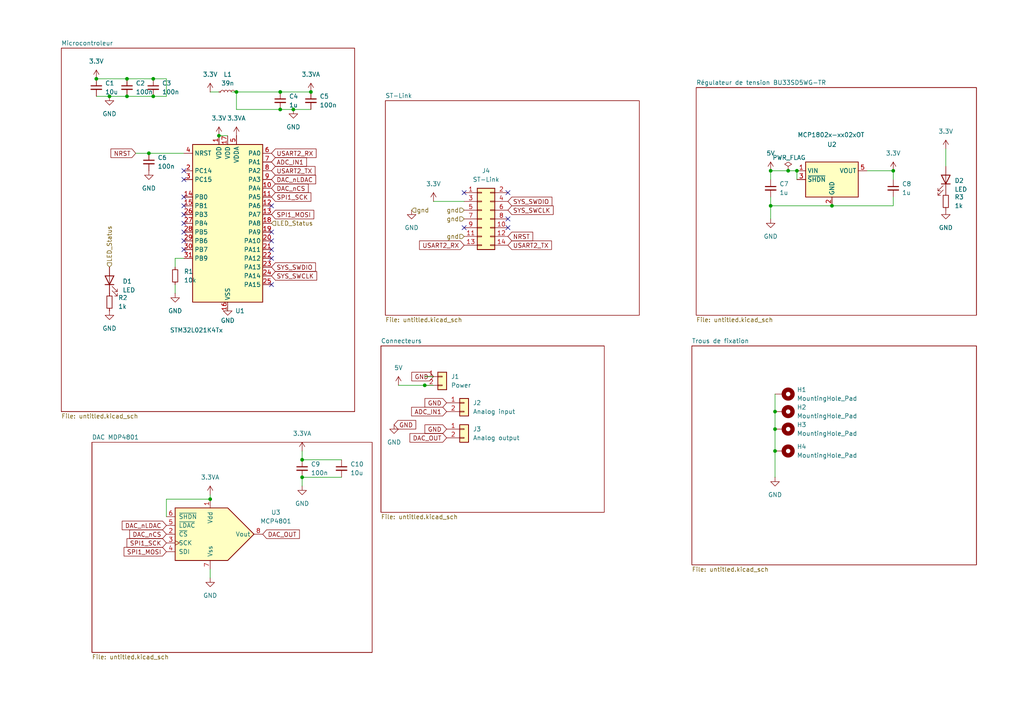
<source format=kicad_sch>
(kicad_sch
	(version 20231120)
	(generator "eeschema")
	(generator_version "8.0")
	(uuid "f0ff76b7-e48d-4e09-9e94-38808091f728")
	(paper "A4")
	(title_block
		(title "TD")
		(date "23/01/2025")
		(rev "1.0")
		(company "ENSEA")
		(comment 1 "MEKDACHE")
	)
	(lib_symbols
		(symbol "Analog_DAC:MCP4801"
			(pin_names
				(offset 1.016)
			)
			(exclude_from_sim no)
			(in_bom yes)
			(on_board yes)
			(property "Reference" "U"
				(at 1.27 10.795 0)
				(effects
					(font
						(size 1.27 1.27)
					)
					(justify left)
				)
			)
			(property "Value" "MCP4801"
				(at 1.27 8.89 0)
				(effects
					(font
						(size 1.27 1.27)
					)
					(justify left)
				)
			)
			(property "Footprint" ""
				(at 22.86 -2.54 0)
				(effects
					(font
						(size 1.27 1.27)
					)
					(hide yes)
				)
			)
			(property "Datasheet" "http://ww1.microchip.com/downloads/en/DeviceDoc/22244B.pdf"
				(at 22.86 -2.54 0)
				(effects
					(font
						(size 1.27 1.27)
					)
					(hide yes)
				)
			)
			(property "Description" "8-Bit D/A Converters with SPI Interface, internal Reference (2.048V)"
				(at 0 0 0)
				(effects
					(font
						(size 1.27 1.27)
					)
					(hide yes)
				)
			)
			(property "ki_keywords" "8-Bit DAC SPI Reference 1ch"
				(at 0 0 0)
				(effects
					(font
						(size 1.27 1.27)
					)
					(hide yes)
				)
			)
			(property "ki_fp_filters" "DIP*W7.62mm* MSOP*3x3mm*P0.65mm* SOIC*3.9x4.9mm*P1.27mm*"
				(at 0 0 0)
				(effects
					(font
						(size 1.27 1.27)
					)
					(hide yes)
				)
			)
			(symbol "MCP4801_0_0"
				(polyline
					(pts
						(xy 12.7 0) (xy 5.08 7.62) (xy -10.16 7.62) (xy -10.16 -7.62) (xy 5.08 -7.62) (xy 12.7 0)
					)
					(stroke
						(width 0.254)
						(type default)
					)
					(fill
						(type background)
					)
				)
			)
			(symbol "MCP4801_1_1"
				(pin power_in line
					(at 0 10.16 270)
					(length 2.54)
					(name "Vdd"
						(effects
							(font
								(size 1.27 1.27)
							)
						)
					)
					(number "1"
						(effects
							(font
								(size 1.27 1.27)
							)
						)
					)
				)
				(pin input line
					(at -12.7 0 0)
					(length 2.54)
					(name "~{CS}"
						(effects
							(font
								(size 1.27 1.27)
							)
						)
					)
					(number "2"
						(effects
							(font
								(size 1.27 1.27)
							)
						)
					)
				)
				(pin input clock
					(at -12.7 -2.54 0)
					(length 2.54)
					(name "SCK"
						(effects
							(font
								(size 1.27 1.27)
							)
						)
					)
					(number "3"
						(effects
							(font
								(size 1.27 1.27)
							)
						)
					)
				)
				(pin input line
					(at -12.7 -5.08 0)
					(length 2.54)
					(name "SDI"
						(effects
							(font
								(size 1.27 1.27)
							)
						)
					)
					(number "4"
						(effects
							(font
								(size 1.27 1.27)
							)
						)
					)
				)
				(pin input line
					(at -12.7 2.54 0)
					(length 2.54)
					(name "~{LDAC}"
						(effects
							(font
								(size 1.27 1.27)
							)
						)
					)
					(number "5"
						(effects
							(font
								(size 1.27 1.27)
							)
						)
					)
				)
				(pin input line
					(at -12.7 5.08 0)
					(length 2.54)
					(name "~{SHDN}"
						(effects
							(font
								(size 1.27 1.27)
							)
						)
					)
					(number "6"
						(effects
							(font
								(size 1.27 1.27)
							)
						)
					)
				)
				(pin power_in line
					(at 0 -10.16 90)
					(length 2.54)
					(name "Vss"
						(effects
							(font
								(size 1.27 1.27)
							)
						)
					)
					(number "7"
						(effects
							(font
								(size 1.27 1.27)
							)
						)
					)
				)
				(pin output line
					(at 15.24 0 180)
					(length 2.54)
					(name "Vout"
						(effects
							(font
								(size 1.27 1.27)
							)
						)
					)
					(number "8"
						(effects
							(font
								(size 1.27 1.27)
							)
						)
					)
				)
			)
		)
		(symbol "Connector_Generic:Conn_01x02"
			(pin_names
				(offset 1.016) hide)
			(exclude_from_sim no)
			(in_bom yes)
			(on_board yes)
			(property "Reference" "J"
				(at 0 2.54 0)
				(effects
					(font
						(size 1.27 1.27)
					)
				)
			)
			(property "Value" "Conn_01x02"
				(at 0 -5.08 0)
				(effects
					(font
						(size 1.27 1.27)
					)
				)
			)
			(property "Footprint" ""
				(at 0 0 0)
				(effects
					(font
						(size 1.27 1.27)
					)
					(hide yes)
				)
			)
			(property "Datasheet" "~"
				(at 0 0 0)
				(effects
					(font
						(size 1.27 1.27)
					)
					(hide yes)
				)
			)
			(property "Description" "Generic connector, single row, 01x02, script generated (kicad-library-utils/schlib/autogen/connector/)"
				(at 0 0 0)
				(effects
					(font
						(size 1.27 1.27)
					)
					(hide yes)
				)
			)
			(property "ki_keywords" "connector"
				(at 0 0 0)
				(effects
					(font
						(size 1.27 1.27)
					)
					(hide yes)
				)
			)
			(property "ki_fp_filters" "Connector*:*_1x??_*"
				(at 0 0 0)
				(effects
					(font
						(size 1.27 1.27)
					)
					(hide yes)
				)
			)
			(symbol "Conn_01x02_1_1"
				(rectangle
					(start -1.27 -2.413)
					(end 0 -2.667)
					(stroke
						(width 0.1524)
						(type default)
					)
					(fill
						(type none)
					)
				)
				(rectangle
					(start -1.27 0.127)
					(end 0 -0.127)
					(stroke
						(width 0.1524)
						(type default)
					)
					(fill
						(type none)
					)
				)
				(rectangle
					(start -1.27 1.27)
					(end 1.27 -3.81)
					(stroke
						(width 0.254)
						(type default)
					)
					(fill
						(type background)
					)
				)
				(pin passive line
					(at -5.08 0 0)
					(length 3.81)
					(name "Pin_1"
						(effects
							(font
								(size 1.27 1.27)
							)
						)
					)
					(number "1"
						(effects
							(font
								(size 1.27 1.27)
							)
						)
					)
				)
				(pin passive line
					(at -5.08 -2.54 0)
					(length 3.81)
					(name "Pin_2"
						(effects
							(font
								(size 1.27 1.27)
							)
						)
					)
					(number "2"
						(effects
							(font
								(size 1.27 1.27)
							)
						)
					)
				)
			)
		)
		(symbol "Connector_Generic:Conn_02x07_Odd_Even"
			(pin_names
				(offset 1.016) hide)
			(exclude_from_sim no)
			(in_bom yes)
			(on_board yes)
			(property "Reference" "J"
				(at 1.27 10.16 0)
				(effects
					(font
						(size 1.27 1.27)
					)
				)
			)
			(property "Value" "Conn_02x07_Odd_Even"
				(at 1.27 -10.16 0)
				(effects
					(font
						(size 1.27 1.27)
					)
				)
			)
			(property "Footprint" ""
				(at 0 0 0)
				(effects
					(font
						(size 1.27 1.27)
					)
					(hide yes)
				)
			)
			(property "Datasheet" "~"
				(at 0 0 0)
				(effects
					(font
						(size 1.27 1.27)
					)
					(hide yes)
				)
			)
			(property "Description" "Generic connector, double row, 02x07, odd/even pin numbering scheme (row 1 odd numbers, row 2 even numbers), script generated (kicad-library-utils/schlib/autogen/connector/)"
				(at 0 0 0)
				(effects
					(font
						(size 1.27 1.27)
					)
					(hide yes)
				)
			)
			(property "ki_keywords" "connector"
				(at 0 0 0)
				(effects
					(font
						(size 1.27 1.27)
					)
					(hide yes)
				)
			)
			(property "ki_fp_filters" "Connector*:*_2x??_*"
				(at 0 0 0)
				(effects
					(font
						(size 1.27 1.27)
					)
					(hide yes)
				)
			)
			(symbol "Conn_02x07_Odd_Even_1_1"
				(rectangle
					(start -1.27 -7.493)
					(end 0 -7.747)
					(stroke
						(width 0.1524)
						(type default)
					)
					(fill
						(type none)
					)
				)
				(rectangle
					(start -1.27 -4.953)
					(end 0 -5.207)
					(stroke
						(width 0.1524)
						(type default)
					)
					(fill
						(type none)
					)
				)
				(rectangle
					(start -1.27 -2.413)
					(end 0 -2.667)
					(stroke
						(width 0.1524)
						(type default)
					)
					(fill
						(type none)
					)
				)
				(rectangle
					(start -1.27 0.127)
					(end 0 -0.127)
					(stroke
						(width 0.1524)
						(type default)
					)
					(fill
						(type none)
					)
				)
				(rectangle
					(start -1.27 2.667)
					(end 0 2.413)
					(stroke
						(width 0.1524)
						(type default)
					)
					(fill
						(type none)
					)
				)
				(rectangle
					(start -1.27 5.207)
					(end 0 4.953)
					(stroke
						(width 0.1524)
						(type default)
					)
					(fill
						(type none)
					)
				)
				(rectangle
					(start -1.27 7.747)
					(end 0 7.493)
					(stroke
						(width 0.1524)
						(type default)
					)
					(fill
						(type none)
					)
				)
				(rectangle
					(start -1.27 8.89)
					(end 3.81 -8.89)
					(stroke
						(width 0.254)
						(type default)
					)
					(fill
						(type background)
					)
				)
				(rectangle
					(start 3.81 -7.493)
					(end 2.54 -7.747)
					(stroke
						(width 0.1524)
						(type default)
					)
					(fill
						(type none)
					)
				)
				(rectangle
					(start 3.81 -4.953)
					(end 2.54 -5.207)
					(stroke
						(width 0.1524)
						(type default)
					)
					(fill
						(type none)
					)
				)
				(rectangle
					(start 3.81 -2.413)
					(end 2.54 -2.667)
					(stroke
						(width 0.1524)
						(type default)
					)
					(fill
						(type none)
					)
				)
				(rectangle
					(start 3.81 0.127)
					(end 2.54 -0.127)
					(stroke
						(width 0.1524)
						(type default)
					)
					(fill
						(type none)
					)
				)
				(rectangle
					(start 3.81 2.667)
					(end 2.54 2.413)
					(stroke
						(width 0.1524)
						(type default)
					)
					(fill
						(type none)
					)
				)
				(rectangle
					(start 3.81 5.207)
					(end 2.54 4.953)
					(stroke
						(width 0.1524)
						(type default)
					)
					(fill
						(type none)
					)
				)
				(rectangle
					(start 3.81 7.747)
					(end 2.54 7.493)
					(stroke
						(width 0.1524)
						(type default)
					)
					(fill
						(type none)
					)
				)
				(pin passive line
					(at -5.08 7.62 0)
					(length 3.81)
					(name "Pin_1"
						(effects
							(font
								(size 1.27 1.27)
							)
						)
					)
					(number "1"
						(effects
							(font
								(size 1.27 1.27)
							)
						)
					)
				)
				(pin passive line
					(at 7.62 -2.54 180)
					(length 3.81)
					(name "Pin_10"
						(effects
							(font
								(size 1.27 1.27)
							)
						)
					)
					(number "10"
						(effects
							(font
								(size 1.27 1.27)
							)
						)
					)
				)
				(pin passive line
					(at -5.08 -5.08 0)
					(length 3.81)
					(name "Pin_11"
						(effects
							(font
								(size 1.27 1.27)
							)
						)
					)
					(number "11"
						(effects
							(font
								(size 1.27 1.27)
							)
						)
					)
				)
				(pin passive line
					(at 7.62 -5.08 180)
					(length 3.81)
					(name "Pin_12"
						(effects
							(font
								(size 1.27 1.27)
							)
						)
					)
					(number "12"
						(effects
							(font
								(size 1.27 1.27)
							)
						)
					)
				)
				(pin passive line
					(at -5.08 -7.62 0)
					(length 3.81)
					(name "Pin_13"
						(effects
							(font
								(size 1.27 1.27)
							)
						)
					)
					(number "13"
						(effects
							(font
								(size 1.27 1.27)
							)
						)
					)
				)
				(pin passive line
					(at 7.62 -7.62 180)
					(length 3.81)
					(name "Pin_14"
						(effects
							(font
								(size 1.27 1.27)
							)
						)
					)
					(number "14"
						(effects
							(font
								(size 1.27 1.27)
							)
						)
					)
				)
				(pin passive line
					(at 7.62 7.62 180)
					(length 3.81)
					(name "Pin_2"
						(effects
							(font
								(size 1.27 1.27)
							)
						)
					)
					(number "2"
						(effects
							(font
								(size 1.27 1.27)
							)
						)
					)
				)
				(pin passive line
					(at -5.08 5.08 0)
					(length 3.81)
					(name "Pin_3"
						(effects
							(font
								(size 1.27 1.27)
							)
						)
					)
					(number "3"
						(effects
							(font
								(size 1.27 1.27)
							)
						)
					)
				)
				(pin passive line
					(at 7.62 5.08 180)
					(length 3.81)
					(name "Pin_4"
						(effects
							(font
								(size 1.27 1.27)
							)
						)
					)
					(number "4"
						(effects
							(font
								(size 1.27 1.27)
							)
						)
					)
				)
				(pin passive line
					(at -5.08 2.54 0)
					(length 3.81)
					(name "Pin_5"
						(effects
							(font
								(size 1.27 1.27)
							)
						)
					)
					(number "5"
						(effects
							(font
								(size 1.27 1.27)
							)
						)
					)
				)
				(pin passive line
					(at 7.62 2.54 180)
					(length 3.81)
					(name "Pin_6"
						(effects
							(font
								(size 1.27 1.27)
							)
						)
					)
					(number "6"
						(effects
							(font
								(size 1.27 1.27)
							)
						)
					)
				)
				(pin passive line
					(at -5.08 0 0)
					(length 3.81)
					(name "Pin_7"
						(effects
							(font
								(size 1.27 1.27)
							)
						)
					)
					(number "7"
						(effects
							(font
								(size 1.27 1.27)
							)
						)
					)
				)
				(pin passive line
					(at 7.62 0 180)
					(length 3.81)
					(name "Pin_8"
						(effects
							(font
								(size 1.27 1.27)
							)
						)
					)
					(number "8"
						(effects
							(font
								(size 1.27 1.27)
							)
						)
					)
				)
				(pin passive line
					(at -5.08 -2.54 0)
					(length 3.81)
					(name "Pin_9"
						(effects
							(font
								(size 1.27 1.27)
							)
						)
					)
					(number "9"
						(effects
							(font
								(size 1.27 1.27)
							)
						)
					)
				)
			)
		)
		(symbol "Device:C_Small"
			(pin_numbers hide)
			(pin_names
				(offset 0.254) hide)
			(exclude_from_sim no)
			(in_bom yes)
			(on_board yes)
			(property "Reference" "C"
				(at 0.254 1.778 0)
				(effects
					(font
						(size 1.27 1.27)
					)
					(justify left)
				)
			)
			(property "Value" "C_Small"
				(at 0.254 -2.032 0)
				(effects
					(font
						(size 1.27 1.27)
					)
					(justify left)
				)
			)
			(property "Footprint" ""
				(at 0 0 0)
				(effects
					(font
						(size 1.27 1.27)
					)
					(hide yes)
				)
			)
			(property "Datasheet" "~"
				(at 0 0 0)
				(effects
					(font
						(size 1.27 1.27)
					)
					(hide yes)
				)
			)
			(property "Description" "Unpolarized capacitor, small symbol"
				(at 0 0 0)
				(effects
					(font
						(size 1.27 1.27)
					)
					(hide yes)
				)
			)
			(property "ki_keywords" "capacitor cap"
				(at 0 0 0)
				(effects
					(font
						(size 1.27 1.27)
					)
					(hide yes)
				)
			)
			(property "ki_fp_filters" "C_*"
				(at 0 0 0)
				(effects
					(font
						(size 1.27 1.27)
					)
					(hide yes)
				)
			)
			(symbol "C_Small_0_1"
				(polyline
					(pts
						(xy -1.524 -0.508) (xy 1.524 -0.508)
					)
					(stroke
						(width 0.3302)
						(type default)
					)
					(fill
						(type none)
					)
				)
				(polyline
					(pts
						(xy -1.524 0.508) (xy 1.524 0.508)
					)
					(stroke
						(width 0.3048)
						(type default)
					)
					(fill
						(type none)
					)
				)
			)
			(symbol "C_Small_1_1"
				(pin passive line
					(at 0 2.54 270)
					(length 2.032)
					(name "~"
						(effects
							(font
								(size 1.27 1.27)
							)
						)
					)
					(number "1"
						(effects
							(font
								(size 1.27 1.27)
							)
						)
					)
				)
				(pin passive line
					(at 0 -2.54 90)
					(length 2.032)
					(name "~"
						(effects
							(font
								(size 1.27 1.27)
							)
						)
					)
					(number "2"
						(effects
							(font
								(size 1.27 1.27)
							)
						)
					)
				)
			)
		)
		(symbol "Device:LED"
			(pin_numbers hide)
			(pin_names
				(offset 1.016) hide)
			(exclude_from_sim no)
			(in_bom yes)
			(on_board yes)
			(property "Reference" "D"
				(at 0 2.54 0)
				(effects
					(font
						(size 1.27 1.27)
					)
				)
			)
			(property "Value" "LED"
				(at 0 -2.54 0)
				(effects
					(font
						(size 1.27 1.27)
					)
				)
			)
			(property "Footprint" ""
				(at 0 0 0)
				(effects
					(font
						(size 1.27 1.27)
					)
					(hide yes)
				)
			)
			(property "Datasheet" "~"
				(at 0 0 0)
				(effects
					(font
						(size 1.27 1.27)
					)
					(hide yes)
				)
			)
			(property "Description" "Light emitting diode"
				(at 0 0 0)
				(effects
					(font
						(size 1.27 1.27)
					)
					(hide yes)
				)
			)
			(property "ki_keywords" "LED diode"
				(at 0 0 0)
				(effects
					(font
						(size 1.27 1.27)
					)
					(hide yes)
				)
			)
			(property "ki_fp_filters" "LED* LED_SMD:* LED_THT:*"
				(at 0 0 0)
				(effects
					(font
						(size 1.27 1.27)
					)
					(hide yes)
				)
			)
			(symbol "LED_0_1"
				(polyline
					(pts
						(xy -1.27 -1.27) (xy -1.27 1.27)
					)
					(stroke
						(width 0.254)
						(type default)
					)
					(fill
						(type none)
					)
				)
				(polyline
					(pts
						(xy -1.27 0) (xy 1.27 0)
					)
					(stroke
						(width 0)
						(type default)
					)
					(fill
						(type none)
					)
				)
				(polyline
					(pts
						(xy 1.27 -1.27) (xy 1.27 1.27) (xy -1.27 0) (xy 1.27 -1.27)
					)
					(stroke
						(width 0.254)
						(type default)
					)
					(fill
						(type none)
					)
				)
				(polyline
					(pts
						(xy -3.048 -0.762) (xy -4.572 -2.286) (xy -3.81 -2.286) (xy -4.572 -2.286) (xy -4.572 -1.524)
					)
					(stroke
						(width 0)
						(type default)
					)
					(fill
						(type none)
					)
				)
				(polyline
					(pts
						(xy -1.778 -0.762) (xy -3.302 -2.286) (xy -2.54 -2.286) (xy -3.302 -2.286) (xy -3.302 -1.524)
					)
					(stroke
						(width 0)
						(type default)
					)
					(fill
						(type none)
					)
				)
			)
			(symbol "LED_1_1"
				(pin passive line
					(at -3.81 0 0)
					(length 2.54)
					(name "K"
						(effects
							(font
								(size 1.27 1.27)
							)
						)
					)
					(number "1"
						(effects
							(font
								(size 1.27 1.27)
							)
						)
					)
				)
				(pin passive line
					(at 3.81 0 180)
					(length 2.54)
					(name "A"
						(effects
							(font
								(size 1.27 1.27)
							)
						)
					)
					(number "2"
						(effects
							(font
								(size 1.27 1.27)
							)
						)
					)
				)
			)
		)
		(symbol "Device:L_Small"
			(pin_numbers hide)
			(pin_names
				(offset 0.254) hide)
			(exclude_from_sim no)
			(in_bom yes)
			(on_board yes)
			(property "Reference" "L"
				(at 0.762 1.016 0)
				(effects
					(font
						(size 1.27 1.27)
					)
					(justify left)
				)
			)
			(property "Value" "L_Small"
				(at 0.762 -1.016 0)
				(effects
					(font
						(size 1.27 1.27)
					)
					(justify left)
				)
			)
			(property "Footprint" ""
				(at 0 0 0)
				(effects
					(font
						(size 1.27 1.27)
					)
					(hide yes)
				)
			)
			(property "Datasheet" "~"
				(at 0 0 0)
				(effects
					(font
						(size 1.27 1.27)
					)
					(hide yes)
				)
			)
			(property "Description" "Inductor, small symbol"
				(at 0 0 0)
				(effects
					(font
						(size 1.27 1.27)
					)
					(hide yes)
				)
			)
			(property "ki_keywords" "inductor choke coil reactor magnetic"
				(at 0 0 0)
				(effects
					(font
						(size 1.27 1.27)
					)
					(hide yes)
				)
			)
			(property "ki_fp_filters" "Choke_* *Coil* Inductor_* L_*"
				(at 0 0 0)
				(effects
					(font
						(size 1.27 1.27)
					)
					(hide yes)
				)
			)
			(symbol "L_Small_0_1"
				(arc
					(start 0 -2.032)
					(mid 0.5058 -1.524)
					(end 0 -1.016)
					(stroke
						(width 0)
						(type default)
					)
					(fill
						(type none)
					)
				)
				(arc
					(start 0 -1.016)
					(mid 0.5058 -0.508)
					(end 0 0)
					(stroke
						(width 0)
						(type default)
					)
					(fill
						(type none)
					)
				)
				(arc
					(start 0 0)
					(mid 0.5058 0.508)
					(end 0 1.016)
					(stroke
						(width 0)
						(type default)
					)
					(fill
						(type none)
					)
				)
				(arc
					(start 0 1.016)
					(mid 0.5058 1.524)
					(end 0 2.032)
					(stroke
						(width 0)
						(type default)
					)
					(fill
						(type none)
					)
				)
			)
			(symbol "L_Small_1_1"
				(pin passive line
					(at 0 2.54 270)
					(length 0.508)
					(name "~"
						(effects
							(font
								(size 1.27 1.27)
							)
						)
					)
					(number "1"
						(effects
							(font
								(size 1.27 1.27)
							)
						)
					)
				)
				(pin passive line
					(at 0 -2.54 90)
					(length 0.508)
					(name "~"
						(effects
							(font
								(size 1.27 1.27)
							)
						)
					)
					(number "2"
						(effects
							(font
								(size 1.27 1.27)
							)
						)
					)
				)
			)
		)
		(symbol "Device:R_Small"
			(pin_numbers hide)
			(pin_names
				(offset 0.254) hide)
			(exclude_from_sim no)
			(in_bom yes)
			(on_board yes)
			(property "Reference" "R"
				(at 0.762 0.508 0)
				(effects
					(font
						(size 1.27 1.27)
					)
					(justify left)
				)
			)
			(property "Value" "R_Small"
				(at 0.762 -1.016 0)
				(effects
					(font
						(size 1.27 1.27)
					)
					(justify left)
				)
			)
			(property "Footprint" ""
				(at 0 0 0)
				(effects
					(font
						(size 1.27 1.27)
					)
					(hide yes)
				)
			)
			(property "Datasheet" "~"
				(at 0 0 0)
				(effects
					(font
						(size 1.27 1.27)
					)
					(hide yes)
				)
			)
			(property "Description" "Resistor, small symbol"
				(at 0 0 0)
				(effects
					(font
						(size 1.27 1.27)
					)
					(hide yes)
				)
			)
			(property "ki_keywords" "R resistor"
				(at 0 0 0)
				(effects
					(font
						(size 1.27 1.27)
					)
					(hide yes)
				)
			)
			(property "ki_fp_filters" "R_*"
				(at 0 0 0)
				(effects
					(font
						(size 1.27 1.27)
					)
					(hide yes)
				)
			)
			(symbol "R_Small_0_1"
				(rectangle
					(start -0.762 1.778)
					(end 0.762 -1.778)
					(stroke
						(width 0.2032)
						(type default)
					)
					(fill
						(type none)
					)
				)
			)
			(symbol "R_Small_1_1"
				(pin passive line
					(at 0 2.54 270)
					(length 0.762)
					(name "~"
						(effects
							(font
								(size 1.27 1.27)
							)
						)
					)
					(number "1"
						(effects
							(font
								(size 1.27 1.27)
							)
						)
					)
				)
				(pin passive line
					(at 0 -2.54 90)
					(length 0.762)
					(name "~"
						(effects
							(font
								(size 1.27 1.27)
							)
						)
					)
					(number "2"
						(effects
							(font
								(size 1.27 1.27)
							)
						)
					)
				)
			)
		)
		(symbol "MCU_ST_STM32L0:STM32L021K4Tx"
			(exclude_from_sim no)
			(in_bom yes)
			(on_board yes)
			(property "Reference" "U"
				(at -10.16 24.13 0)
				(effects
					(font
						(size 1.27 1.27)
					)
					(justify left)
				)
			)
			(property "Value" "STM32L021K4Tx"
				(at 5.08 24.13 0)
				(effects
					(font
						(size 1.27 1.27)
					)
					(justify left)
				)
			)
			(property "Footprint" "Package_QFP:LQFP-32_7x7mm_P0.8mm"
				(at -10.16 -22.86 0)
				(effects
					(font
						(size 1.27 1.27)
					)
					(justify right)
					(hide yes)
				)
			)
			(property "Datasheet" "https://www.st.com/resource/en/datasheet/stm32l021k4.pdf"
				(at 0 0 0)
				(effects
					(font
						(size 1.27 1.27)
					)
					(hide yes)
				)
			)
			(property "Description" "STMicroelectronics Arm Cortex-M0+ MCU, 16KB flash, 2KB RAM, 32 MHz, 1.65-3.6V, 26 GPIO, LQFP32"
				(at 0 0 0)
				(effects
					(font
						(size 1.27 1.27)
					)
					(hide yes)
				)
			)
			(property "ki_locked" ""
				(at 0 0 0)
				(effects
					(font
						(size 1.27 1.27)
					)
				)
			)
			(property "ki_keywords" "Arm Cortex-M0+ STM32L0 STM32L0x1"
				(at 0 0 0)
				(effects
					(font
						(size 1.27 1.27)
					)
					(hide yes)
				)
			)
			(property "ki_fp_filters" "LQFP*7x7mm*P0.8mm*"
				(at 0 0 0)
				(effects
					(font
						(size 1.27 1.27)
					)
					(hide yes)
				)
			)
			(symbol "STM32L021K4Tx_0_1"
				(rectangle
					(start -10.16 -22.86)
					(end 10.16 22.86)
					(stroke
						(width 0.254)
						(type default)
					)
					(fill
						(type background)
					)
				)
			)
			(symbol "STM32L021K4Tx_1_1"
				(pin power_in line
					(at -2.54 25.4 270)
					(length 2.54)
					(name "VDD"
						(effects
							(font
								(size 1.27 1.27)
							)
						)
					)
					(number "1"
						(effects
							(font
								(size 1.27 1.27)
							)
						)
					)
				)
				(pin bidirectional line
					(at 12.7 10.16 180)
					(length 2.54)
					(name "PA4"
						(effects
							(font
								(size 1.27 1.27)
							)
						)
					)
					(number "10"
						(effects
							(font
								(size 1.27 1.27)
							)
						)
					)
					(alternate "ADC_IN4" bidirectional line)
					(alternate "COMP1_INM" bidirectional line)
					(alternate "COMP2_INM" bidirectional line)
					(alternate "COMP2_OUT" bidirectional line)
					(alternate "I2C1_SCL" bidirectional line)
					(alternate "LPTIM1_ETR" bidirectional line)
					(alternate "LPTIM1_IN1" bidirectional line)
					(alternate "LPUART1_TX" bidirectional line)
					(alternate "SPI1_NSS" bidirectional line)
					(alternate "TIM2_ETR" bidirectional line)
					(alternate "USART2_CK" bidirectional line)
				)
				(pin bidirectional line
					(at 12.7 7.62 180)
					(length 2.54)
					(name "PA5"
						(effects
							(font
								(size 1.27 1.27)
							)
						)
					)
					(number "11"
						(effects
							(font
								(size 1.27 1.27)
							)
						)
					)
					(alternate "ADC_IN5" bidirectional line)
					(alternate "COMP1_INM" bidirectional line)
					(alternate "COMP2_INM" bidirectional line)
					(alternate "LPTIM1_IN2" bidirectional line)
					(alternate "SPI1_SCK" bidirectional line)
					(alternate "TIM2_CH1" bidirectional line)
					(alternate "TIM2_ETR" bidirectional line)
				)
				(pin bidirectional line
					(at 12.7 5.08 180)
					(length 2.54)
					(name "PA6"
						(effects
							(font
								(size 1.27 1.27)
							)
						)
					)
					(number "12"
						(effects
							(font
								(size 1.27 1.27)
							)
						)
					)
					(alternate "ADC_IN6" bidirectional line)
					(alternate "COMP1_OUT" bidirectional line)
					(alternate "LPTIM1_ETR" bidirectional line)
					(alternate "LPUART1_CTS" bidirectional line)
					(alternate "SPI1_MISO" bidirectional line)
				)
				(pin bidirectional line
					(at 12.7 2.54 180)
					(length 2.54)
					(name "PA7"
						(effects
							(font
								(size 1.27 1.27)
							)
						)
					)
					(number "13"
						(effects
							(font
								(size 1.27 1.27)
							)
						)
					)
					(alternate "ADC_IN7" bidirectional line)
					(alternate "COMP2_INP" bidirectional line)
					(alternate "COMP2_OUT" bidirectional line)
					(alternate "LPTIM1_OUT" bidirectional line)
					(alternate "SPI1_MOSI" bidirectional line)
					(alternate "TIM21_ETR" bidirectional line)
					(alternate "USART2_CTS" bidirectional line)
				)
				(pin bidirectional line
					(at -12.7 7.62 0)
					(length 2.54)
					(name "PB0"
						(effects
							(font
								(size 1.27 1.27)
							)
						)
					)
					(number "14"
						(effects
							(font
								(size 1.27 1.27)
							)
						)
					)
					(alternate "ADC_IN8" bidirectional line)
					(alternate "SPI1_MISO" bidirectional line)
					(alternate "SYS_VREF_OUT_PB0" bidirectional line)
					(alternate "TIM2_CH2" bidirectional line)
					(alternate "TIM2_CH3" bidirectional line)
					(alternate "USART2_DE" bidirectional line)
					(alternate "USART2_RTS" bidirectional line)
				)
				(pin bidirectional line
					(at -12.7 5.08 0)
					(length 2.54)
					(name "PB1"
						(effects
							(font
								(size 1.27 1.27)
							)
						)
					)
					(number "15"
						(effects
							(font
								(size 1.27 1.27)
							)
						)
					)
					(alternate "ADC_IN9" bidirectional line)
					(alternate "LPTIM1_IN1" bidirectional line)
					(alternate "LPUART1_DE" bidirectional line)
					(alternate "LPUART1_RTS" bidirectional line)
					(alternate "SPI1_MOSI" bidirectional line)
					(alternate "SYS_VREF_OUT_PB1" bidirectional line)
					(alternate "TIM2_CH4" bidirectional line)
					(alternate "USART2_CK" bidirectional line)
				)
				(pin power_in line
					(at 0 -25.4 90)
					(length 2.54)
					(name "VSS"
						(effects
							(font
								(size 1.27 1.27)
							)
						)
					)
					(number "16"
						(effects
							(font
								(size 1.27 1.27)
							)
						)
					)
				)
				(pin power_in line
					(at 0 25.4 270)
					(length 2.54)
					(name "VDD"
						(effects
							(font
								(size 1.27 1.27)
							)
						)
					)
					(number "17"
						(effects
							(font
								(size 1.27 1.27)
							)
						)
					)
				)
				(pin bidirectional line
					(at 12.7 0 180)
					(length 2.54)
					(name "PA8"
						(effects
							(font
								(size 1.27 1.27)
							)
						)
					)
					(number "18"
						(effects
							(font
								(size 1.27 1.27)
							)
						)
					)
					(alternate "LPTIM1_IN1" bidirectional line)
					(alternate "RCC_MCO" bidirectional line)
					(alternate "TIM2_CH1" bidirectional line)
					(alternate "USART2_CK" bidirectional line)
				)
				(pin bidirectional line
					(at 12.7 -2.54 180)
					(length 2.54)
					(name "PA9"
						(effects
							(font
								(size 1.27 1.27)
							)
						)
					)
					(number "19"
						(effects
							(font
								(size 1.27 1.27)
							)
						)
					)
					(alternate "COMP1_OUT" bidirectional line)
					(alternate "I2C1_SCL" bidirectional line)
					(alternate "LPTIM1_OUT" bidirectional line)
					(alternate "RCC_MCO" bidirectional line)
					(alternate "TIM21_CH2" bidirectional line)
					(alternate "USART2_TX" bidirectional line)
				)
				(pin bidirectional line
					(at -12.7 15.24 0)
					(length 2.54)
					(name "PC14"
						(effects
							(font
								(size 1.27 1.27)
							)
						)
					)
					(number "2"
						(effects
							(font
								(size 1.27 1.27)
							)
						)
					)
					(alternate "RCC_OSC32_IN" bidirectional line)
				)
				(pin bidirectional line
					(at 12.7 -5.08 180)
					(length 2.54)
					(name "PA10"
						(effects
							(font
								(size 1.27 1.27)
							)
						)
					)
					(number "20"
						(effects
							(font
								(size 1.27 1.27)
							)
						)
					)
					(alternate "COMP1_OUT" bidirectional line)
					(alternate "I2C1_SDA" bidirectional line)
					(alternate "RTC_REFIN" bidirectional line)
					(alternate "TIM21_CH1" bidirectional line)
					(alternate "TIM2_CH3" bidirectional line)
					(alternate "USART2_RX" bidirectional line)
				)
				(pin bidirectional line
					(at 12.7 -7.62 180)
					(length 2.54)
					(name "PA11"
						(effects
							(font
								(size 1.27 1.27)
							)
						)
					)
					(number "21"
						(effects
							(font
								(size 1.27 1.27)
							)
						)
					)
					(alternate "ADC_EXTI11" bidirectional line)
					(alternate "COMP1_OUT" bidirectional line)
					(alternate "LPTIM1_OUT" bidirectional line)
					(alternate "SPI1_MISO" bidirectional line)
					(alternate "TIM21_CH2" bidirectional line)
					(alternate "USART2_CTS" bidirectional line)
				)
				(pin bidirectional line
					(at 12.7 -10.16 180)
					(length 2.54)
					(name "PA12"
						(effects
							(font
								(size 1.27 1.27)
							)
						)
					)
					(number "22"
						(effects
							(font
								(size 1.27 1.27)
							)
						)
					)
					(alternate "COMP2_OUT" bidirectional line)
					(alternate "SPI1_MOSI" bidirectional line)
					(alternate "USART2_DE" bidirectional line)
					(alternate "USART2_RTS" bidirectional line)
				)
				(pin bidirectional line
					(at 12.7 -12.7 180)
					(length 2.54)
					(name "PA13"
						(effects
							(font
								(size 1.27 1.27)
							)
						)
					)
					(number "23"
						(effects
							(font
								(size 1.27 1.27)
							)
						)
					)
					(alternate "COMP1_OUT" bidirectional line)
					(alternate "I2C1_SDA" bidirectional line)
					(alternate "LPTIM1_ETR" bidirectional line)
					(alternate "LPUART1_RX" bidirectional line)
					(alternate "SPI1_SCK" bidirectional line)
					(alternate "SYS_SWDIO" bidirectional line)
				)
				(pin bidirectional line
					(at 12.7 -15.24 180)
					(length 2.54)
					(name "PA14"
						(effects
							(font
								(size 1.27 1.27)
							)
						)
					)
					(number "24"
						(effects
							(font
								(size 1.27 1.27)
							)
						)
					)
					(alternate "COMP2_OUT" bidirectional line)
					(alternate "I2C1_SMBA" bidirectional line)
					(alternate "LPTIM1_OUT" bidirectional line)
					(alternate "LPUART1_TX" bidirectional line)
					(alternate "SPI1_MISO" bidirectional line)
					(alternate "SYS_SWCLK" bidirectional line)
					(alternate "USART2_TX" bidirectional line)
				)
				(pin bidirectional line
					(at 12.7 -17.78 180)
					(length 2.54)
					(name "PA15"
						(effects
							(font
								(size 1.27 1.27)
							)
						)
					)
					(number "25"
						(effects
							(font
								(size 1.27 1.27)
							)
						)
					)
					(alternate "SPI1_NSS" bidirectional line)
					(alternate "TIM2_CH1" bidirectional line)
					(alternate "TIM2_ETR" bidirectional line)
					(alternate "USART2_RX" bidirectional line)
				)
				(pin bidirectional line
					(at -12.7 2.54 0)
					(length 2.54)
					(name "PB3"
						(effects
							(font
								(size 1.27 1.27)
							)
						)
					)
					(number "26"
						(effects
							(font
								(size 1.27 1.27)
							)
						)
					)
					(alternate "COMP2_INM" bidirectional line)
					(alternate "SPI1_SCK" bidirectional line)
					(alternate "TIM2_CH2" bidirectional line)
				)
				(pin bidirectional line
					(at -12.7 0 0)
					(length 2.54)
					(name "PB4"
						(effects
							(font
								(size 1.27 1.27)
							)
						)
					)
					(number "27"
						(effects
							(font
								(size 1.27 1.27)
							)
						)
					)
					(alternate "COMP2_INP" bidirectional line)
					(alternate "SPI1_MISO" bidirectional line)
				)
				(pin bidirectional line
					(at -12.7 -2.54 0)
					(length 2.54)
					(name "PB5"
						(effects
							(font
								(size 1.27 1.27)
							)
						)
					)
					(number "28"
						(effects
							(font
								(size 1.27 1.27)
							)
						)
					)
					(alternate "COMP2_INP" bidirectional line)
					(alternate "I2C1_SMBA" bidirectional line)
					(alternate "LPTIM1_IN1" bidirectional line)
					(alternate "SPI1_MOSI" bidirectional line)
					(alternate "TIM21_CH1" bidirectional line)
				)
				(pin bidirectional line
					(at -12.7 -5.08 0)
					(length 2.54)
					(name "PB6"
						(effects
							(font
								(size 1.27 1.27)
							)
						)
					)
					(number "29"
						(effects
							(font
								(size 1.27 1.27)
							)
						)
					)
					(alternate "COMP2_INP" bidirectional line)
					(alternate "I2C1_SCL" bidirectional line)
					(alternate "LPTIM1_ETR" bidirectional line)
					(alternate "LPUART1_TX" bidirectional line)
					(alternate "TIM2_CH3" bidirectional line)
					(alternate "USART2_TX" bidirectional line)
				)
				(pin bidirectional line
					(at -12.7 12.7 0)
					(length 2.54)
					(name "PC15"
						(effects
							(font
								(size 1.27 1.27)
							)
						)
					)
					(number "3"
						(effects
							(font
								(size 1.27 1.27)
							)
						)
					)
					(alternate "RCC_OSC32_OUT" bidirectional line)
				)
				(pin bidirectional line
					(at -12.7 -7.62 0)
					(length 2.54)
					(name "PB7"
						(effects
							(font
								(size 1.27 1.27)
							)
						)
					)
					(number "30"
						(effects
							(font
								(size 1.27 1.27)
							)
						)
					)
					(alternate "COMP2_INP" bidirectional line)
					(alternate "I2C1_SDA" bidirectional line)
					(alternate "LPTIM1_IN2" bidirectional line)
					(alternate "LPUART1_RX" bidirectional line)
					(alternate "SYS_PVD_IN" bidirectional line)
					(alternate "TIM2_CH4" bidirectional line)
					(alternate "USART2_RX" bidirectional line)
				)
				(pin bidirectional line
					(at -12.7 -10.16 0)
					(length 2.54)
					(name "PB9"
						(effects
							(font
								(size 1.27 1.27)
							)
						)
					)
					(number "31"
						(effects
							(font
								(size 1.27 1.27)
							)
						)
					)
				)
				(pin passive line
					(at 0 -25.4 90)
					(length 2.54) hide
					(name "VSS"
						(effects
							(font
								(size 1.27 1.27)
							)
						)
					)
					(number "32"
						(effects
							(font
								(size 1.27 1.27)
							)
						)
					)
				)
				(pin input line
					(at -12.7 20.32 0)
					(length 2.54)
					(name "NRST"
						(effects
							(font
								(size 1.27 1.27)
							)
						)
					)
					(number "4"
						(effects
							(font
								(size 1.27 1.27)
							)
						)
					)
				)
				(pin power_in line
					(at 2.54 25.4 270)
					(length 2.54)
					(name "VDDA"
						(effects
							(font
								(size 1.27 1.27)
							)
						)
					)
					(number "5"
						(effects
							(font
								(size 1.27 1.27)
							)
						)
					)
				)
				(pin bidirectional line
					(at 12.7 20.32 180)
					(length 2.54)
					(name "PA0"
						(effects
							(font
								(size 1.27 1.27)
							)
						)
					)
					(number "6"
						(effects
							(font
								(size 1.27 1.27)
							)
						)
					)
					(alternate "ADC_IN0" bidirectional line)
					(alternate "COMP1_INM" bidirectional line)
					(alternate "COMP1_OUT" bidirectional line)
					(alternate "LPTIM1_IN1" bidirectional line)
					(alternate "LPUART1_RX" bidirectional line)
					(alternate "RCC_CK_IN" bidirectional line)
					(alternate "RTC_TAMP2" bidirectional line)
					(alternate "SYS_WKUP1" bidirectional line)
					(alternate "TIM2_CH1" bidirectional line)
					(alternate "TIM2_ETR" bidirectional line)
					(alternate "USART2_CTS" bidirectional line)
					(alternate "USART2_RX" bidirectional line)
				)
				(pin bidirectional line
					(at 12.7 17.78 180)
					(length 2.54)
					(name "PA1"
						(effects
							(font
								(size 1.27 1.27)
							)
						)
					)
					(number "7"
						(effects
							(font
								(size 1.27 1.27)
							)
						)
					)
					(alternate "ADC_IN1" bidirectional line)
					(alternate "COMP1_INP" bidirectional line)
					(alternate "I2C1_SMBA" bidirectional line)
					(alternate "LPTIM1_IN2" bidirectional line)
					(alternate "LPUART1_TX" bidirectional line)
					(alternate "TIM21_ETR" bidirectional line)
					(alternate "TIM2_CH2" bidirectional line)
					(alternate "USART2_DE" bidirectional line)
					(alternate "USART2_RTS" bidirectional line)
				)
				(pin bidirectional line
					(at 12.7 15.24 180)
					(length 2.54)
					(name "PA2"
						(effects
							(font
								(size 1.27 1.27)
							)
						)
					)
					(number "8"
						(effects
							(font
								(size 1.27 1.27)
							)
						)
					)
					(alternate "ADC_IN2" bidirectional line)
					(alternate "COMP2_INM" bidirectional line)
					(alternate "COMP2_OUT" bidirectional line)
					(alternate "LPUART1_TX" bidirectional line)
					(alternate "RTC_OUT_ALARM" bidirectional line)
					(alternate "RTC_OUT_CALIB" bidirectional line)
					(alternate "RTC_TAMP3" bidirectional line)
					(alternate "RTC_TS" bidirectional line)
					(alternate "SYS_WKUP3" bidirectional line)
					(alternate "TIM21_CH1" bidirectional line)
					(alternate "TIM2_CH3" bidirectional line)
					(alternate "USART2_TX" bidirectional line)
				)
				(pin bidirectional line
					(at 12.7 12.7 180)
					(length 2.54)
					(name "PA3"
						(effects
							(font
								(size 1.27 1.27)
							)
						)
					)
					(number "9"
						(effects
							(font
								(size 1.27 1.27)
							)
						)
					)
					(alternate "ADC_IN3" bidirectional line)
					(alternate "COMP2_INP" bidirectional line)
					(alternate "LPUART1_RX" bidirectional line)
					(alternate "TIM21_CH2" bidirectional line)
					(alternate "TIM2_CH4" bidirectional line)
					(alternate "USART2_RX" bidirectional line)
				)
			)
		)
		(symbol "Mechanical:MountingHole_Pad"
			(pin_numbers hide)
			(pin_names
				(offset 1.016) hide)
			(exclude_from_sim yes)
			(in_bom no)
			(on_board yes)
			(property "Reference" "H"
				(at 0 6.35 0)
				(effects
					(font
						(size 1.27 1.27)
					)
				)
			)
			(property "Value" "MountingHole_Pad"
				(at 0 4.445 0)
				(effects
					(font
						(size 1.27 1.27)
					)
				)
			)
			(property "Footprint" ""
				(at 0 0 0)
				(effects
					(font
						(size 1.27 1.27)
					)
					(hide yes)
				)
			)
			(property "Datasheet" "~"
				(at 0 0 0)
				(effects
					(font
						(size 1.27 1.27)
					)
					(hide yes)
				)
			)
			(property "Description" "Mounting Hole with connection"
				(at 0 0 0)
				(effects
					(font
						(size 1.27 1.27)
					)
					(hide yes)
				)
			)
			(property "ki_keywords" "mounting hole"
				(at 0 0 0)
				(effects
					(font
						(size 1.27 1.27)
					)
					(hide yes)
				)
			)
			(property "ki_fp_filters" "MountingHole*Pad*"
				(at 0 0 0)
				(effects
					(font
						(size 1.27 1.27)
					)
					(hide yes)
				)
			)
			(symbol "MountingHole_Pad_0_1"
				(circle
					(center 0 1.27)
					(radius 1.27)
					(stroke
						(width 1.27)
						(type default)
					)
					(fill
						(type none)
					)
				)
			)
			(symbol "MountingHole_Pad_1_1"
				(pin input line
					(at 0 -2.54 90)
					(length 2.54)
					(name "1"
						(effects
							(font
								(size 1.27 1.27)
							)
						)
					)
					(number "1"
						(effects
							(font
								(size 1.27 1.27)
							)
						)
					)
				)
			)
		)
		(symbol "Regulator_Linear:MCP1802x-xx02xOT"
			(exclude_from_sim no)
			(in_bom yes)
			(on_board yes)
			(property "Reference" "U"
				(at -6.35 6.35 0)
				(effects
					(font
						(size 1.27 1.27)
					)
					(justify left)
				)
			)
			(property "Value" "MCP1802x-xx02xOT"
				(at 0 6.35 0)
				(effects
					(font
						(size 1.27 1.27)
					)
					(justify left)
				)
			)
			(property "Footprint" "Package_TO_SOT_SMD:SOT-23-5"
				(at -6.35 8.89 0)
				(effects
					(font
						(size 1.27 1.27)
						(italic yes)
					)
					(justify left)
					(hide yes)
				)
			)
			(property "Datasheet" "http://ww1.microchip.com/downloads/en/DeviceDoc/22053C.pdf"
				(at 0 -2.54 0)
				(effects
					(font
						(size 1.27 1.27)
					)
					(hide yes)
				)
			)
			(property "Description" "150mA, Tiny CMOS LDO With Shutdown, Fixed Voltage, SOT-23-5"
				(at 0 0 0)
				(effects
					(font
						(size 1.27 1.27)
					)
					(hide yes)
				)
			)
			(property "ki_keywords" "LDO Linear Voltage Regulator"
				(at 0 0 0)
				(effects
					(font
						(size 1.27 1.27)
					)
					(hide yes)
				)
			)
			(property "ki_fp_filters" "SOT?23*"
				(at 0 0 0)
				(effects
					(font
						(size 1.27 1.27)
					)
					(hide yes)
				)
			)
			(symbol "MCP1802x-xx02xOT_0_1"
				(rectangle
					(start -7.62 5.08)
					(end 7.62 -5.08)
					(stroke
						(width 0.254)
						(type default)
					)
					(fill
						(type background)
					)
				)
			)
			(symbol "MCP1802x-xx02xOT_1_1"
				(pin power_in line
					(at -10.16 2.54 0)
					(length 2.54)
					(name "VIN"
						(effects
							(font
								(size 1.27 1.27)
							)
						)
					)
					(number "1"
						(effects
							(font
								(size 1.27 1.27)
							)
						)
					)
				)
				(pin power_in line
					(at 0 -7.62 90)
					(length 2.54)
					(name "GND"
						(effects
							(font
								(size 1.27 1.27)
							)
						)
					)
					(number "2"
						(effects
							(font
								(size 1.27 1.27)
							)
						)
					)
				)
				(pin input line
					(at -10.16 0 0)
					(length 2.54)
					(name "~{SHDN}"
						(effects
							(font
								(size 1.27 1.27)
							)
						)
					)
					(number "3"
						(effects
							(font
								(size 1.27 1.27)
							)
						)
					)
				)
				(pin no_connect line
					(at 7.62 0 180)
					(length 2.54) hide
					(name "NC"
						(effects
							(font
								(size 1.27 1.27)
							)
						)
					)
					(number "4"
						(effects
							(font
								(size 1.27 1.27)
							)
						)
					)
				)
				(pin power_out line
					(at 10.16 2.54 180)
					(length 2.54)
					(name "VOUT"
						(effects
							(font
								(size 1.27 1.27)
							)
						)
					)
					(number "5"
						(effects
							(font
								(size 1.27 1.27)
							)
						)
					)
				)
			)
		)
		(symbol "power:GND"
			(power)
			(pin_numbers hide)
			(pin_names
				(offset 0) hide)
			(exclude_from_sim no)
			(in_bom yes)
			(on_board yes)
			(property "Reference" "#PWR"
				(at 0 -6.35 0)
				(effects
					(font
						(size 1.27 1.27)
					)
					(hide yes)
				)
			)
			(property "Value" "GND"
				(at 0 -3.81 0)
				(effects
					(font
						(size 1.27 1.27)
					)
				)
			)
			(property "Footprint" ""
				(at 0 0 0)
				(effects
					(font
						(size 1.27 1.27)
					)
					(hide yes)
				)
			)
			(property "Datasheet" ""
				(at 0 0 0)
				(effects
					(font
						(size 1.27 1.27)
					)
					(hide yes)
				)
			)
			(property "Description" "Power symbol creates a global label with name \"GND\" , ground"
				(at 0 0 0)
				(effects
					(font
						(size 1.27 1.27)
					)
					(hide yes)
				)
			)
			(property "ki_keywords" "global power"
				(at 0 0 0)
				(effects
					(font
						(size 1.27 1.27)
					)
					(hide yes)
				)
			)
			(symbol "GND_0_1"
				(polyline
					(pts
						(xy 0 0) (xy 0 -1.27) (xy 1.27 -1.27) (xy 0 -2.54) (xy -1.27 -1.27) (xy 0 -1.27)
					)
					(stroke
						(width 0)
						(type default)
					)
					(fill
						(type none)
					)
				)
			)
			(symbol "GND_1_1"
				(pin power_in line
					(at 0 0 270)
					(length 0)
					(name "~"
						(effects
							(font
								(size 1.27 1.27)
							)
						)
					)
					(number "1"
						(effects
							(font
								(size 1.27 1.27)
							)
						)
					)
				)
			)
		)
		(symbol "power:PWR_FLAG"
			(power)
			(pin_numbers hide)
			(pin_names
				(offset 0) hide)
			(exclude_from_sim no)
			(in_bom yes)
			(on_board yes)
			(property "Reference" "#FLG"
				(at 0 1.905 0)
				(effects
					(font
						(size 1.27 1.27)
					)
					(hide yes)
				)
			)
			(property "Value" "PWR_FLAG"
				(at 0 3.81 0)
				(effects
					(font
						(size 1.27 1.27)
					)
				)
			)
			(property "Footprint" ""
				(at 0 0 0)
				(effects
					(font
						(size 1.27 1.27)
					)
					(hide yes)
				)
			)
			(property "Datasheet" "~"
				(at 0 0 0)
				(effects
					(font
						(size 1.27 1.27)
					)
					(hide yes)
				)
			)
			(property "Description" "Special symbol for telling ERC where power comes from"
				(at 0 0 0)
				(effects
					(font
						(size 1.27 1.27)
					)
					(hide yes)
				)
			)
			(property "ki_keywords" "flag power"
				(at 0 0 0)
				(effects
					(font
						(size 1.27 1.27)
					)
					(hide yes)
				)
			)
			(symbol "PWR_FLAG_0_0"
				(pin power_out line
					(at 0 0 90)
					(length 0)
					(name "~"
						(effects
							(font
								(size 1.27 1.27)
							)
						)
					)
					(number "1"
						(effects
							(font
								(size 1.27 1.27)
							)
						)
					)
				)
			)
			(symbol "PWR_FLAG_0_1"
				(polyline
					(pts
						(xy 0 0) (xy 0 1.27) (xy -1.016 1.905) (xy 0 2.54) (xy 1.016 1.905) (xy 0 1.27)
					)
					(stroke
						(width 0)
						(type default)
					)
					(fill
						(type none)
					)
				)
			)
		)
		(symbol "power:VCC"
			(power)
			(pin_numbers hide)
			(pin_names
				(offset 0) hide)
			(exclude_from_sim no)
			(in_bom yes)
			(on_board yes)
			(property "Reference" "#PWR"
				(at 0 -3.81 0)
				(effects
					(font
						(size 1.27 1.27)
					)
					(hide yes)
				)
			)
			(property "Value" "VCC"
				(at 0 3.556 0)
				(effects
					(font
						(size 1.27 1.27)
					)
				)
			)
			(property "Footprint" ""
				(at 0 0 0)
				(effects
					(font
						(size 1.27 1.27)
					)
					(hide yes)
				)
			)
			(property "Datasheet" ""
				(at 0 0 0)
				(effects
					(font
						(size 1.27 1.27)
					)
					(hide yes)
				)
			)
			(property "Description" "Power symbol creates a global label with name \"VCC\""
				(at 0 0 0)
				(effects
					(font
						(size 1.27 1.27)
					)
					(hide yes)
				)
			)
			(property "ki_keywords" "global power"
				(at 0 0 0)
				(effects
					(font
						(size 1.27 1.27)
					)
					(hide yes)
				)
			)
			(symbol "VCC_0_1"
				(polyline
					(pts
						(xy -0.762 1.27) (xy 0 2.54)
					)
					(stroke
						(width 0)
						(type default)
					)
					(fill
						(type none)
					)
				)
				(polyline
					(pts
						(xy 0 0) (xy 0 2.54)
					)
					(stroke
						(width 0)
						(type default)
					)
					(fill
						(type none)
					)
				)
				(polyline
					(pts
						(xy 0 2.54) (xy 0.762 1.27)
					)
					(stroke
						(width 0)
						(type default)
					)
					(fill
						(type none)
					)
				)
			)
			(symbol "VCC_1_1"
				(pin power_in line
					(at 0 0 90)
					(length 0)
					(name "~"
						(effects
							(font
								(size 1.27 1.27)
							)
						)
					)
					(number "1"
						(effects
							(font
								(size 1.27 1.27)
							)
						)
					)
				)
			)
		)
	)
	(junction
		(at 259.08 49.53)
		(diameter 0)
		(color 0 0 0 0)
		(uuid "0316c3fe-4675-4fed-a6e0-30b5897be735")
	)
	(junction
		(at 85.09 31.75)
		(diameter 0)
		(color 0 0 0 0)
		(uuid "0fbdce5c-89bf-4680-89ea-5b0de65d1706")
	)
	(junction
		(at 241.3 59.69)
		(diameter 0)
		(color 0 0 0 0)
		(uuid "157f97b9-4783-4ee9-ac21-e080159e0971")
	)
	(junction
		(at 60.96 144.78)
		(diameter 0)
		(color 0 0 0 0)
		(uuid "34b2e6f0-34ea-44f2-996d-9766bc9a7a9c")
	)
	(junction
		(at 87.63 133.35)
		(diameter 0)
		(color 0 0 0 0)
		(uuid "38a6bcec-a5d7-449c-ad4d-6ed389a190e0")
	)
	(junction
		(at 87.63 138.43)
		(diameter 0)
		(color 0 0 0 0)
		(uuid "4cf21e54-7c2a-4c35-bcf1-53b89795621f")
	)
	(junction
		(at 224.79 124.46)
		(diameter 0)
		(color 0 0 0 0)
		(uuid "5c9ef179-499a-48b3-8298-b16054e289f9")
	)
	(junction
		(at 44.45 22.86)
		(diameter 0)
		(color 0 0 0 0)
		(uuid "5fb1c86a-d62f-4d43-8c00-a7634c5880dd")
	)
	(junction
		(at 36.83 22.86)
		(diameter 0)
		(color 0 0 0 0)
		(uuid "6a125b99-75d1-4dff-a358-94cb1adc5d58")
	)
	(junction
		(at 123.19 111.76)
		(diameter 0)
		(color 0 0 0 0)
		(uuid "716afdde-b16b-4bce-a3b8-e581919f5e68")
	)
	(junction
		(at 68.58 26.67)
		(diameter 0)
		(color 0 0 0 0)
		(uuid "7c305b94-1df3-4f73-ba94-be1aeac64962")
	)
	(junction
		(at 36.83 27.94)
		(diameter 0)
		(color 0 0 0 0)
		(uuid "903ab852-dfca-4461-b1a7-87220aebc9de")
	)
	(junction
		(at 223.52 59.69)
		(diameter 0)
		(color 0 0 0 0)
		(uuid "bafe4d76-40c8-4e26-8d80-90081871d1af")
	)
	(junction
		(at 231.14 49.53)
		(diameter 0)
		(color 0 0 0 0)
		(uuid "c3d606c5-a62a-49ca-bec2-19408727dab1")
	)
	(junction
		(at 223.52 49.53)
		(diameter 0)
		(color 0 0 0 0)
		(uuid "c839052d-228a-4ad9-89ae-6b4d74026524")
	)
	(junction
		(at 224.79 119.38)
		(diameter 0)
		(color 0 0 0 0)
		(uuid "c8f6cdb0-5476-4ebc-9c36-08cf61cf4ba8")
	)
	(junction
		(at 224.79 130.81)
		(diameter 0)
		(color 0 0 0 0)
		(uuid "cd0ec55b-fa7c-4b1a-b99c-b2b5c71aabcb")
	)
	(junction
		(at 43.18 44.45)
		(diameter 0)
		(color 0 0 0 0)
		(uuid "ce262f41-587c-4980-9002-49fda1a3a683")
	)
	(junction
		(at 27.94 22.86)
		(diameter 0)
		(color 0 0 0 0)
		(uuid "d8f01a63-8d04-4d96-8fc6-41cfb8b0f2ff")
	)
	(junction
		(at 81.28 26.67)
		(diameter 0)
		(color 0 0 0 0)
		(uuid "e5b5d85b-5fb4-406b-a338-2fa1c23d84fe")
	)
	(junction
		(at 31.75 27.94)
		(diameter 0)
		(color 0 0 0 0)
		(uuid "ea7d2bfe-4ff7-4fa2-b854-ab74c88b90d3")
	)
	(junction
		(at 63.5 39.37)
		(diameter 0)
		(color 0 0 0 0)
		(uuid "ee7d415d-a8bc-4ddb-88d6-b27aacfca797")
	)
	(junction
		(at 90.17 26.67)
		(diameter 0)
		(color 0 0 0 0)
		(uuid "eeaa5e2b-0e89-48cf-b6e3-c6ca4402fc21")
	)
	(junction
		(at 44.45 27.94)
		(diameter 0)
		(color 0 0 0 0)
		(uuid "f2a49b2f-e867-451a-b038-9a4b5dce169a")
	)
	(junction
		(at 228.6 49.53)
		(diameter 0)
		(color 0 0 0 0)
		(uuid "f94a3844-e306-4683-bc1b-7a3fc1f29da3")
	)
	(junction
		(at 81.28 31.75)
		(diameter 0)
		(color 0 0 0 0)
		(uuid "fc555354-edfc-450b-a07f-a9719ba6d764")
	)
	(no_connect
		(at 53.34 57.15)
		(uuid "0335c93a-d195-4945-bbdb-ab6caef1c689")
	)
	(no_connect
		(at 53.34 67.31)
		(uuid "0a5acb43-749a-433d-afe9-73cd6ca67a50")
	)
	(no_connect
		(at 53.34 62.23)
		(uuid "0edb6f7b-ee49-4d43-8a4c-af6c936792c3")
	)
	(no_connect
		(at 134.62 55.88)
		(uuid "32db51ab-d21e-441b-8807-a3fe25f7776d")
	)
	(no_connect
		(at 78.74 82.55)
		(uuid "35d18248-a880-4bf9-8a3b-2fb60ea8c7a6")
	)
	(no_connect
		(at 53.34 59.69)
		(uuid "5e98462e-5d80-4295-a210-65085a43a20b")
	)
	(no_connect
		(at 134.62 66.04)
		(uuid "63911f77-3dfb-4a36-b95e-d08a957bf21c")
	)
	(no_connect
		(at 78.74 69.85)
		(uuid "7240d789-a043-4d32-ba4e-85b221bdd185")
	)
	(no_connect
		(at 53.34 64.77)
		(uuid "7683ba85-9b5d-4376-a49f-66f5ff464314")
	)
	(no_connect
		(at 53.34 52.07)
		(uuid "77bb579a-fcfc-444e-978d-25ddd8efb39c")
	)
	(no_connect
		(at 53.34 72.39)
		(uuid "a39825f6-5df8-419c-a1eb-6e7854cee0e2")
	)
	(no_connect
		(at 78.74 74.93)
		(uuid "a88ccd56-125b-47c3-a47c-4506b5c020da")
	)
	(no_connect
		(at 78.74 72.39)
		(uuid "b1252279-1a70-4faa-a829-a18add52fb5a")
	)
	(no_connect
		(at 78.74 59.69)
		(uuid "b4632dbc-0d4d-40d6-8914-6afc7cc45bcd")
	)
	(no_connect
		(at 53.34 49.53)
		(uuid "be9e3003-1716-41f2-a399-a7f4b508aae6")
	)
	(no_connect
		(at 147.32 55.88)
		(uuid "c3b6e753-07e6-46bc-aa54-29803caeb744")
	)
	(no_connect
		(at 78.74 67.31)
		(uuid "d4b3f926-311b-42bc-9d53-c392ed8f89e6")
	)
	(no_connect
		(at 147.32 63.5)
		(uuid "da805b9f-e91f-4540-b71d-7d96754db9bd")
	)
	(no_connect
		(at 53.34 69.85)
		(uuid "e0845e59-99c9-4b35-9aba-9b33cb4a7687")
	)
	(no_connect
		(at 147.32 66.04)
		(uuid "f19284af-aab9-42d6-b3db-d588e945ce9a")
	)
	(wire
		(pts
			(xy 63.5 39.37) (xy 66.04 39.37)
		)
		(stroke
			(width 0)
			(type default)
		)
		(uuid "09947122-c462-448f-ac4e-64eb804b004e")
	)
	(wire
		(pts
			(xy 36.83 22.86) (xy 44.45 22.86)
		)
		(stroke
			(width 0)
			(type default)
		)
		(uuid "09a1f9de-c021-4097-9d0b-51782f466dbb")
	)
	(wire
		(pts
			(xy 231.14 49.53) (xy 231.14 52.07)
		)
		(stroke
			(width 0)
			(type default)
		)
		(uuid "0d101cb4-9ea8-4af7-8fce-2e3a3faada21")
	)
	(wire
		(pts
			(xy 60.96 167.64) (xy 60.96 165.1)
		)
		(stroke
			(width 0)
			(type default)
		)
		(uuid "0eb68102-63a6-43af-98c8-91cfc7e4af11")
	)
	(wire
		(pts
			(xy 123.19 109.22) (xy 125.73 109.22)
		)
		(stroke
			(width 0)
			(type default)
		)
		(uuid "1986d299-715c-4783-a6c1-a68cc95367f6")
	)
	(wire
		(pts
			(xy 67.31 26.67) (xy 68.58 26.67)
		)
		(stroke
			(width 0)
			(type default)
		)
		(uuid "1c84dcc2-b1b4-463e-adbd-a87ea52684d2")
	)
	(wire
		(pts
			(xy 224.79 114.3) (xy 224.79 119.38)
		)
		(stroke
			(width 0)
			(type default)
		)
		(uuid "1fd18f38-4fd5-4f27-92d3-d2165b4bb53b")
	)
	(wire
		(pts
			(xy 115.57 111.76) (xy 123.19 111.76)
		)
		(stroke
			(width 0)
			(type default)
		)
		(uuid "2603d1d1-2a03-45ca-a12f-af4acc15cc44")
	)
	(wire
		(pts
			(xy 87.63 138.43) (xy 87.63 140.97)
		)
		(stroke
			(width 0)
			(type default)
		)
		(uuid "29e5b49a-7405-4744-a12a-98b67b89c1b9")
	)
	(wire
		(pts
			(xy 223.52 49.53) (xy 228.6 49.53)
		)
		(stroke
			(width 0)
			(type default)
		)
		(uuid "29f86a4c-3d5f-4bd5-8f7e-869c09f9784a")
	)
	(wire
		(pts
			(xy 36.83 27.94) (xy 44.45 27.94)
		)
		(stroke
			(width 0)
			(type default)
		)
		(uuid "2d85a097-11d4-4500-84be-5b233c31e8b0")
	)
	(wire
		(pts
			(xy 223.52 59.69) (xy 241.3 59.69)
		)
		(stroke
			(width 0)
			(type default)
		)
		(uuid "377b4de3-abae-4d58-bc42-821ba492f130")
	)
	(wire
		(pts
			(xy 123.19 111.76) (xy 125.73 111.76)
		)
		(stroke
			(width 0)
			(type default)
		)
		(uuid "3def510b-82c4-4876-8080-30161c7ee4e7")
	)
	(wire
		(pts
			(xy 44.45 22.86) (xy 48.26 22.86)
		)
		(stroke
			(width 0)
			(type default)
		)
		(uuid "3e3d2809-14f8-4984-b2c3-b6a634848b69")
	)
	(wire
		(pts
			(xy 39.37 44.45) (xy 43.18 44.45)
		)
		(stroke
			(width 0)
			(type default)
		)
		(uuid "3fd197d4-cea0-48e1-b248-07863ed3e3e4")
	)
	(wire
		(pts
			(xy 48.26 27.94) (xy 44.45 27.94)
		)
		(stroke
			(width 0)
			(type default)
		)
		(uuid "421f5343-e527-4f66-8c8f-33fae4f92261")
	)
	(wire
		(pts
			(xy 66.04 88.9) (xy 66.04 90.17)
		)
		(stroke
			(width 0)
			(type default)
		)
		(uuid "439c52e5-8598-4309-915f-bc27eb179d13")
	)
	(wire
		(pts
			(xy 68.58 26.67) (xy 68.58 31.75)
		)
		(stroke
			(width 0)
			(type default)
		)
		(uuid "47f7e6d2-cb0c-4359-9e88-c3b052f78752")
	)
	(wire
		(pts
			(xy 223.52 49.53) (xy 223.52 52.07)
		)
		(stroke
			(width 0)
			(type default)
		)
		(uuid "4f603b67-0e3d-4d65-b88a-114ab985c4e6")
	)
	(wire
		(pts
			(xy 223.52 63.5) (xy 223.52 59.69)
		)
		(stroke
			(width 0)
			(type default)
		)
		(uuid "566fe0dc-ac39-4861-b156-e4f12f9f38ec")
	)
	(wire
		(pts
			(xy 228.6 49.53) (xy 231.14 49.53)
		)
		(stroke
			(width 0)
			(type default)
		)
		(uuid "56d81f87-2b6b-4f4b-b207-86ac90af1165")
	)
	(wire
		(pts
			(xy 48.26 144.78) (xy 60.96 144.78)
		)
		(stroke
			(width 0)
			(type default)
		)
		(uuid "656d88a3-893e-463b-aa10-b51009aa39b0")
	)
	(wire
		(pts
			(xy 223.52 57.15) (xy 223.52 59.69)
		)
		(stroke
			(width 0)
			(type default)
		)
		(uuid "69d5e916-1a43-413f-b71b-c97af153946d")
	)
	(wire
		(pts
			(xy 27.94 22.86) (xy 36.83 22.86)
		)
		(stroke
			(width 0)
			(type default)
		)
		(uuid "6ed5db18-654a-4d46-8852-2a7f8a04d674")
	)
	(wire
		(pts
			(xy 274.32 43.18) (xy 274.32 48.26)
		)
		(stroke
			(width 0)
			(type default)
		)
		(uuid "7081424f-680e-4247-be34-277f03f72f77")
	)
	(wire
		(pts
			(xy 259.08 49.53) (xy 259.08 52.07)
		)
		(stroke
			(width 0)
			(type default)
		)
		(uuid "73728302-f25e-4d13-9036-c741eb4a18b7")
	)
	(wire
		(pts
			(xy 48.26 149.86) (xy 48.26 144.78)
		)
		(stroke
			(width 0)
			(type default)
		)
		(uuid "74cfa41d-c423-4ac0-8372-eea1b33b24d7")
	)
	(wire
		(pts
			(xy 259.08 59.69) (xy 259.08 57.15)
		)
		(stroke
			(width 0)
			(type default)
		)
		(uuid "762ba18d-02bf-48f8-a749-09e3fd4fb235")
	)
	(wire
		(pts
			(xy 27.94 27.94) (xy 31.75 27.94)
		)
		(stroke
			(width 0)
			(type default)
		)
		(uuid "7ec05373-1366-48f9-9e3b-6b5548bd9384")
	)
	(wire
		(pts
			(xy 87.63 130.81) (xy 87.63 133.35)
		)
		(stroke
			(width 0)
			(type default)
		)
		(uuid "7f008deb-fc2b-4a3f-9fcd-aae7bf6d10e4")
	)
	(wire
		(pts
			(xy 60.96 143.51) (xy 60.96 144.78)
		)
		(stroke
			(width 0)
			(type default)
		)
		(uuid "853dc8ba-0b7f-4ebc-93b0-8ca592fbc936")
	)
	(wire
		(pts
			(xy 90.17 26.67) (xy 81.28 26.67)
		)
		(stroke
			(width 0)
			(type default)
		)
		(uuid "9495f339-3a63-4fb4-aef6-ab0e1c0c68a4")
	)
	(wire
		(pts
			(xy 53.34 74.93) (xy 50.8 74.93)
		)
		(stroke
			(width 0)
			(type default)
		)
		(uuid "9a55f86c-173f-4afe-8242-6016c0094e48")
	)
	(wire
		(pts
			(xy 50.8 85.09) (xy 50.8 82.55)
		)
		(stroke
			(width 0)
			(type default)
		)
		(uuid "9cf8f34c-2cfe-45c8-8f86-d93633aa52a5")
	)
	(wire
		(pts
			(xy 125.73 58.42) (xy 134.62 58.42)
		)
		(stroke
			(width 0)
			(type default)
		)
		(uuid "9d4bbbb3-2818-42fa-b916-ced20e81dce7")
	)
	(wire
		(pts
			(xy 31.75 27.94) (xy 36.83 27.94)
		)
		(stroke
			(width 0)
			(type default)
		)
		(uuid "9e36162b-f7c4-4742-a37a-99b5d94de2e3")
	)
	(wire
		(pts
			(xy 87.63 133.35) (xy 99.06 133.35)
		)
		(stroke
			(width 0)
			(type default)
		)
		(uuid "9f0eae3a-c294-461b-969c-a12bd276e63e")
	)
	(wire
		(pts
			(xy 60.96 26.67) (xy 63.5 26.67)
		)
		(stroke
			(width 0)
			(type default)
		)
		(uuid "a656dd37-323a-46b8-bdc7-c2c812139ee4")
	)
	(wire
		(pts
			(xy 43.18 44.45) (xy 53.34 44.45)
		)
		(stroke
			(width 0)
			(type default)
		)
		(uuid "afd4ba6e-2b67-4ce8-ab73-0cdf87b1a345")
	)
	(wire
		(pts
			(xy 251.46 49.53) (xy 259.08 49.53)
		)
		(stroke
			(width 0)
			(type default)
		)
		(uuid "beed6d0b-d923-4f61-a221-4e65a85820a6")
	)
	(wire
		(pts
			(xy 68.58 31.75) (xy 81.28 31.75)
		)
		(stroke
			(width 0)
			(type default)
		)
		(uuid "c0b55ea5-4233-4a6e-8405-8dc467fdb5b2")
	)
	(wire
		(pts
			(xy 50.8 74.93) (xy 50.8 77.47)
		)
		(stroke
			(width 0)
			(type default)
		)
		(uuid "c49fb18f-f278-4306-b359-1513a6a6ff17")
	)
	(wire
		(pts
			(xy 85.09 31.75) (xy 90.17 31.75)
		)
		(stroke
			(width 0)
			(type default)
		)
		(uuid "c7c08e47-120d-40d5-a35c-a7bd09498ff7")
	)
	(wire
		(pts
			(xy 224.79 119.38) (xy 224.79 124.46)
		)
		(stroke
			(width 0)
			(type default)
		)
		(uuid "d0ca46dd-d717-4f1b-8ae2-73f6fd9f5577")
	)
	(wire
		(pts
			(xy 87.63 138.43) (xy 99.06 138.43)
		)
		(stroke
			(width 0)
			(type default)
		)
		(uuid "d980a309-cdf4-4509-bdb6-0a9bfc647861")
	)
	(wire
		(pts
			(xy 224.79 124.46) (xy 224.79 130.81)
		)
		(stroke
			(width 0)
			(type default)
		)
		(uuid "dde28ae3-a9a1-4c11-8e1c-a683fda4710f")
	)
	(wire
		(pts
			(xy 81.28 31.75) (xy 85.09 31.75)
		)
		(stroke
			(width 0)
			(type default)
		)
		(uuid "e06598db-7e4d-4108-83df-9bf459d8c76e")
	)
	(wire
		(pts
			(xy 224.79 130.81) (xy 224.79 138.43)
		)
		(stroke
			(width 0)
			(type default)
		)
		(uuid "eb507ca3-df22-4ae1-af8d-b1610c7877cd")
	)
	(wire
		(pts
			(xy 241.3 59.69) (xy 259.08 59.69)
		)
		(stroke
			(width 0)
			(type default)
		)
		(uuid "f37b0e22-8a10-4f39-8623-5a97d8e96eda")
	)
	(wire
		(pts
			(xy 68.58 26.67) (xy 81.28 26.67)
		)
		(stroke
			(width 0)
			(type default)
		)
		(uuid "f3fb8ca5-dce4-4295-88a1-737bd2e9bd72")
	)
	(wire
		(pts
			(xy 48.26 22.86) (xy 48.26 27.94)
		)
		(stroke
			(width 0)
			(type default)
		)
		(uuid "f5245487-9f23-4ecb-8ade-7609b7d3da15")
	)
	(global_label "SYS_SWCLK"
		(shape input)
		(at 147.32 60.96 0)
		(fields_autoplaced yes)
		(effects
			(font
				(size 1.27 1.27)
			)
			(justify left)
		)
		(uuid "00666796-f8d1-4a52-8e97-ba92e45a728d")
		(property "Intersheetrefs" "${INTERSHEET_REFS}"
			(at 161.0094 60.96 0)
			(effects
				(font
					(size 1.27 1.27)
				)
				(justify left)
				(hide yes)
			)
		)
	)
	(global_label "GND"
		(shape input)
		(at 129.54 116.84 180)
		(fields_autoplaced yes)
		(effects
			(font
				(size 1.27 1.27)
			)
			(justify right)
		)
		(uuid "05733f8f-62a8-4b5e-87df-d6e428885651")
		(property "Intersheetrefs" "${INTERSHEET_REFS}"
			(at 122.6843 116.84 0)
			(effects
				(font
					(size 1.27 1.27)
				)
				(justify right)
				(hide yes)
			)
		)
	)
	(global_label "USART2_RX"
		(shape input)
		(at 134.62 71.12 180)
		(fields_autoplaced yes)
		(effects
			(font
				(size 1.27 1.27)
			)
			(justify right)
		)
		(uuid "1b0eae51-d677-480e-8490-c71d7a7bb8f1")
		(property "Intersheetrefs" "${INTERSHEET_REFS}"
			(at 121.112 71.12 0)
			(effects
				(font
					(size 1.27 1.27)
				)
				(justify right)
				(hide yes)
			)
		)
	)
	(global_label "ADC_IN1"
		(shape input)
		(at 129.54 119.38 180)
		(fields_autoplaced yes)
		(effects
			(font
				(size 1.27 1.27)
			)
			(justify right)
		)
		(uuid "1fd5c78d-c7d1-4c29-9d2c-496757ef796b")
		(property "Intersheetrefs" "${INTERSHEET_REFS}"
			(at 118.8138 119.38 0)
			(effects
				(font
					(size 1.27 1.27)
				)
				(justify right)
				(hide yes)
			)
		)
	)
	(global_label "USART2_TX"
		(shape input)
		(at 78.74 49.53 0)
		(fields_autoplaced yes)
		(effects
			(font
				(size 1.27 1.27)
			)
			(justify left)
		)
		(uuid "2904caea-1c7c-4ada-a579-90bddfd72493")
		(property "Intersheetrefs" "${INTERSHEET_REFS}"
			(at 91.9456 49.53 0)
			(effects
				(font
					(size 1.27 1.27)
				)
				(justify left)
				(hide yes)
			)
		)
	)
	(global_label "SYS_SWDIO"
		(shape input)
		(at 78.74 77.47 0)
		(fields_autoplaced yes)
		(effects
			(font
				(size 1.27 1.27)
			)
			(justify left)
		)
		(uuid "30c5f74f-05c5-4bdb-9641-088b73ed39c3")
		(property "Intersheetrefs" "${INTERSHEET_REFS}"
			(at 92.0666 77.47 0)
			(effects
				(font
					(size 1.27 1.27)
				)
				(justify left)
				(hide yes)
			)
		)
	)
	(global_label "DAC_nLDAC"
		(shape input)
		(at 78.74 52.07 0)
		(fields_autoplaced yes)
		(effects
			(font
				(size 1.27 1.27)
			)
			(justify left)
		)
		(uuid "33eef0aa-918c-499b-9af3-323abcc11433")
		(property "Intersheetrefs" "${INTERSHEET_REFS}"
			(at 92.1271 52.07 0)
			(effects
				(font
					(size 1.27 1.27)
				)
				(justify left)
				(hide yes)
			)
		)
	)
	(global_label "NRST"
		(shape input)
		(at 147.32 68.58 0)
		(fields_autoplaced yes)
		(effects
			(font
				(size 1.27 1.27)
			)
			(justify left)
		)
		(uuid "3b859c1e-627b-442a-b618-9f0207bdac46")
		(property "Intersheetrefs" "${INTERSHEET_REFS}"
			(at 155.0828 68.58 0)
			(effects
				(font
					(size 1.27 1.27)
				)
				(justify left)
				(hide yes)
			)
		)
	)
	(global_label "SPI1_MOSI"
		(shape input)
		(at 78.74 62.23 0)
		(fields_autoplaced yes)
		(effects
			(font
				(size 1.27 1.27)
			)
			(justify left)
		)
		(uuid "44392441-0f0d-4130-9573-3b8a5b943882")
		(property "Intersheetrefs" "${INTERSHEET_REFS}"
			(at 91.5828 62.23 0)
			(effects
				(font
					(size 1.27 1.27)
				)
				(justify left)
				(hide yes)
			)
		)
	)
	(global_label "NRST"
		(shape input)
		(at 39.37 44.45 180)
		(fields_autoplaced yes)
		(effects
			(font
				(size 1.27 1.27)
			)
			(justify right)
		)
		(uuid "5f1c8746-88aa-4345-8320-e0bd0fca3076")
		(property "Intersheetrefs" "${INTERSHEET_REFS}"
			(at 31.6072 44.45 0)
			(effects
				(font
					(size 1.27 1.27)
				)
				(justify right)
				(hide yes)
			)
		)
	)
	(global_label "DAC_nCS"
		(shape input)
		(at 48.26 154.94 180)
		(fields_autoplaced yes)
		(effects
			(font
				(size 1.27 1.27)
			)
			(justify right)
		)
		(uuid "74293f06-df80-4a58-a48c-4f531b591bab")
		(property "Intersheetrefs" "${INTERSHEET_REFS}"
			(at 37.0501 154.94 0)
			(effects
				(font
					(size 1.27 1.27)
				)
				(justify right)
				(hide yes)
			)
		)
	)
	(global_label "DAC_nCS"
		(shape input)
		(at 78.74 54.61 0)
		(fields_autoplaced yes)
		(effects
			(font
				(size 1.27 1.27)
			)
			(justify left)
		)
		(uuid "775ea356-7936-442e-9294-4f4f310a7082")
		(property "Intersheetrefs" "${INTERSHEET_REFS}"
			(at 89.9499 54.61 0)
			(effects
				(font
					(size 1.27 1.27)
				)
				(justify left)
				(hide yes)
			)
		)
	)
	(global_label "GND"
		(shape input)
		(at 114.3 123.19 0)
		(fields_autoplaced yes)
		(effects
			(font
				(size 1.27 1.27)
			)
			(justify left)
		)
		(uuid "7efa3d1b-cad4-4907-ab78-347f70da359f")
		(property "Intersheetrefs" "${INTERSHEET_REFS}"
			(at 121.1557 123.19 0)
			(effects
				(font
					(size 1.27 1.27)
				)
				(justify left)
				(hide yes)
			)
		)
	)
	(global_label "SYS_SWCLK"
		(shape input)
		(at 78.74 80.01 0)
		(fields_autoplaced yes)
		(effects
			(font
				(size 1.27 1.27)
			)
			(justify left)
		)
		(uuid "8069c85b-fcb2-45d2-8e94-08bbf4eb6471")
		(property "Intersheetrefs" "${INTERSHEET_REFS}"
			(at 92.4294 80.01 0)
			(effects
				(font
					(size 1.27 1.27)
				)
				(justify left)
				(hide yes)
			)
		)
	)
	(global_label "DAC_OUT"
		(shape input)
		(at 129.54 127 180)
		(fields_autoplaced yes)
		(effects
			(font
				(size 1.27 1.27)
			)
			(justify right)
		)
		(uuid "98b35067-62ba-4821-b18a-779429e81ebb")
		(property "Intersheetrefs" "${INTERSHEET_REFS}"
			(at 118.33 127 0)
			(effects
				(font
					(size 1.27 1.27)
				)
				(justify right)
				(hide yes)
			)
		)
	)
	(global_label "GND"
		(shape input)
		(at 125.73 109.22 180)
		(fields_autoplaced yes)
		(effects
			(font
				(size 1.27 1.27)
			)
			(justify right)
		)
		(uuid "a9eaaa76-97a4-4c60-ade5-bc4f02e08ce6")
		(property "Intersheetrefs" "${INTERSHEET_REFS}"
			(at 118.8743 109.22 0)
			(effects
				(font
					(size 1.27 1.27)
				)
				(justify right)
				(hide yes)
			)
		)
	)
	(global_label "SYS_SWDIO"
		(shape input)
		(at 147.32 58.42 0)
		(fields_autoplaced yes)
		(effects
			(font
				(size 1.27 1.27)
			)
			(justify left)
		)
		(uuid "aaacd1f0-2f40-4058-8a9f-e61f2ab50878")
		(property "Intersheetrefs" "${INTERSHEET_REFS}"
			(at 160.6466 58.42 0)
			(effects
				(font
					(size 1.27 1.27)
				)
				(justify left)
				(hide yes)
			)
		)
	)
	(global_label "SPI1_SCK"
		(shape input)
		(at 78.74 57.15 0)
		(fields_autoplaced yes)
		(effects
			(font
				(size 1.27 1.27)
			)
			(justify left)
		)
		(uuid "acfe6506-1cf3-4696-ba2a-492f51598d0b")
		(property "Intersheetrefs" "${INTERSHEET_REFS}"
			(at 90.7361 57.15 0)
			(effects
				(font
					(size 1.27 1.27)
				)
				(justify left)
				(hide yes)
			)
		)
	)
	(global_label "SPI1_SCK"
		(shape input)
		(at 48.26 157.48 180)
		(fields_autoplaced yes)
		(effects
			(font
				(size 1.27 1.27)
			)
			(justify right)
		)
		(uuid "aeea93b1-f1a9-4dfd-b8e5-05d2162f5870")
		(property "Intersheetrefs" "${INTERSHEET_REFS}"
			(at 36.2639 157.48 0)
			(effects
				(font
					(size 1.27 1.27)
				)
				(justify right)
				(hide yes)
			)
		)
	)
	(global_label "GND"
		(shape input)
		(at 129.54 124.46 180)
		(fields_autoplaced yes)
		(effects
			(font
				(size 1.27 1.27)
			)
			(justify right)
		)
		(uuid "cf27441a-f491-4bb9-bab6-2cc98bbf4d2d")
		(property "Intersheetrefs" "${INTERSHEET_REFS}"
			(at 122.6843 124.46 0)
			(effects
				(font
					(size 1.27 1.27)
				)
				(justify right)
				(hide yes)
			)
		)
	)
	(global_label "DAC_OUT"
		(shape input)
		(at 76.2 154.94 0)
		(fields_autoplaced yes)
		(effects
			(font
				(size 1.27 1.27)
			)
			(justify left)
		)
		(uuid "d3ffaf35-d20e-4b2d-9204-4858e5e60603")
		(property "Intersheetrefs" "${INTERSHEET_REFS}"
			(at 87.41 154.94 0)
			(effects
				(font
					(size 1.27 1.27)
				)
				(justify left)
				(hide yes)
			)
		)
	)
	(global_label "SPI1_MOSI"
		(shape input)
		(at 48.26 160.02 180)
		(fields_autoplaced yes)
		(effects
			(font
				(size 1.27 1.27)
			)
			(justify right)
		)
		(uuid "d94451d2-3529-4129-b4df-c5741f415d4c")
		(property "Intersheetrefs" "${INTERSHEET_REFS}"
			(at 35.4172 160.02 0)
			(effects
				(font
					(size 1.27 1.27)
				)
				(justify right)
				(hide yes)
			)
		)
	)
	(global_label "ADC_IN1"
		(shape input)
		(at 78.74 46.99 0)
		(fields_autoplaced yes)
		(effects
			(font
				(size 1.27 1.27)
			)
			(justify left)
		)
		(uuid "da506810-535c-46ad-bfb2-457d698c9e0d")
		(property "Intersheetrefs" "${INTERSHEET_REFS}"
			(at 89.4662 46.99 0)
			(effects
				(font
					(size 1.27 1.27)
				)
				(justify left)
				(hide yes)
			)
		)
	)
	(global_label "USART2_TX"
		(shape input)
		(at 147.32 71.12 0)
		(fields_autoplaced yes)
		(effects
			(font
				(size 1.27 1.27)
			)
			(justify left)
		)
		(uuid "df081427-126c-4a99-854b-a0c38129621b")
		(property "Intersheetrefs" "${INTERSHEET_REFS}"
			(at 160.5256 71.12 0)
			(effects
				(font
					(size 1.27 1.27)
				)
				(justify left)
				(hide yes)
			)
		)
	)
	(global_label "USART2_RX"
		(shape input)
		(at 78.74 44.45 0)
		(fields_autoplaced yes)
		(effects
			(font
				(size 1.27 1.27)
			)
			(justify left)
		)
		(uuid "e5a8991c-ad6e-47e9-8e26-c517373eeaa2")
		(property "Intersheetrefs" "${INTERSHEET_REFS}"
			(at 92.248 44.45 0)
			(effects
				(font
					(size 1.27 1.27)
				)
				(justify left)
				(hide yes)
			)
		)
	)
	(global_label "DAC_nLDAC"
		(shape input)
		(at 48.26 152.4 180)
		(fields_autoplaced yes)
		(effects
			(font
				(size 1.27 1.27)
			)
			(justify right)
		)
		(uuid "f9cad339-1fac-4dff-90b2-d49d1bcdf736")
		(property "Intersheetrefs" "${INTERSHEET_REFS}"
			(at 34.8729 152.4 0)
			(effects
				(font
					(size 1.27 1.27)
				)
				(justify right)
				(hide yes)
			)
		)
	)
	(hierarchical_label "gnd"
		(shape input)
		(at 134.62 63.5 180)
		(fields_autoplaced yes)
		(effects
			(font
				(size 1.27 1.27)
			)
			(justify right)
		)
		(uuid "3e9ed5ee-39c5-4699-941f-c1bbb859d0e3")
	)
	(hierarchical_label "gnd"
		(shape input)
		(at 134.62 68.58 180)
		(fields_autoplaced yes)
		(effects
			(font
				(size 1.27 1.27)
			)
			(justify right)
		)
		(uuid "4208a8b8-0681-44f5-b992-42d682e4990c")
	)
	(hierarchical_label "LED_Status"
		(shape input)
		(at 31.75 77.47 90)
		(fields_autoplaced yes)
		(effects
			(font
				(size 1.27 1.27)
			)
			(justify left)
		)
		(uuid "46092250-a8c8-43ab-84bc-8c6349e42b2d")
	)
	(hierarchical_label "gnd"
		(shape input)
		(at 119.38 60.96 0)
		(fields_autoplaced yes)
		(effects
			(font
				(size 1.27 1.27)
			)
			(justify left)
		)
		(uuid "5c7eade7-1191-40ac-921e-655206f62ef0")
	)
	(hierarchical_label "gnd"
		(shape input)
		(at 134.62 60.96 180)
		(fields_autoplaced yes)
		(effects
			(font
				(size 1.27 1.27)
			)
			(justify right)
		)
		(uuid "6ebb1538-8c7e-45ac-b7e8-ac0107097f70")
	)
	(hierarchical_label "LED_Status"
		(shape input)
		(at 78.74 64.77 0)
		(fields_autoplaced yes)
		(effects
			(font
				(size 1.27 1.27)
			)
			(justify left)
		)
		(uuid "b41b948f-5b38-4810-b626-fada98455a4e")
	)
	(symbol
		(lib_id "power:GND")
		(at 50.8 85.09 0)
		(unit 1)
		(exclude_from_sim no)
		(in_bom yes)
		(on_board yes)
		(dnp no)
		(fields_autoplaced yes)
		(uuid "04f27ed9-109d-467d-a11d-362b6293886c")
		(property "Reference" "#PWR08"
			(at 50.8 91.44 0)
			(effects
				(font
					(size 1.27 1.27)
				)
				(hide yes)
			)
		)
		(property "Value" "GND"
			(at 50.8 90.17 0)
			(effects
				(font
					(size 1.27 1.27)
				)
			)
		)
		(property "Footprint" ""
			(at 50.8 85.09 0)
			(effects
				(font
					(size 1.27 1.27)
				)
				(hide yes)
			)
		)
		(property "Datasheet" ""
			(at 50.8 85.09 0)
			(effects
				(font
					(size 1.27 1.27)
				)
				(hide yes)
			)
		)
		(property "Description" "Power symbol creates a global label with name \"GND\" , ground"
			(at 50.8 85.09 0)
			(effects
				(font
					(size 1.27 1.27)
				)
				(hide yes)
			)
		)
		(pin "1"
			(uuid "e460f8c9-c89e-44d6-8f7b-336f1692fb6b")
		)
		(instances
			(project ""
				(path "/f0ff76b7-e48d-4e09-9e94-38808091f728"
					(reference "#PWR08")
					(unit 1)
				)
			)
		)
	)
	(symbol
		(lib_id "Device:C_Small")
		(at 27.94 25.4 0)
		(unit 1)
		(exclude_from_sim no)
		(in_bom yes)
		(on_board yes)
		(dnp no)
		(fields_autoplaced yes)
		(uuid "0ded42aa-ca37-4163-a272-0d6c8d09e8ad")
		(property "Reference" "C1"
			(at 30.48 24.1362 0)
			(effects
				(font
					(size 1.27 1.27)
				)
				(justify left)
			)
		)
		(property "Value" "10u"
			(at 30.48 26.6762 0)
			(effects
				(font
					(size 1.27 1.27)
				)
				(justify left)
			)
		)
		(property "Footprint" "Capacitor_SMD:C_0603_1608Metric_Pad1.08x0.95mm_HandSolder"
			(at 27.94 25.4 0)
			(effects
				(font
					(size 1.27 1.27)
				)
				(hide yes)
			)
		)
		(property "Datasheet" "~"
			(at 27.94 25.4 0)
			(effects
				(font
					(size 1.27 1.27)
				)
				(hide yes)
			)
		)
		(property "Description" "Unpolarized capacitor, small symbol"
			(at 27.94 25.4 0)
			(effects
				(font
					(size 1.27 1.27)
				)
				(hide yes)
			)
		)
		(pin "2"
			(uuid "df17bfa1-b9fe-4faa-aebf-3c54f9ebadba")
		)
		(pin "1"
			(uuid "90179a2d-ee3a-468f-b375-914ec74cdc53")
		)
		(instances
			(project ""
				(path "/f0ff76b7-e48d-4e09-9e94-38808091f728"
					(reference "C1")
					(unit 1)
				)
			)
		)
	)
	(symbol
		(lib_id "power:GND")
		(at 224.79 138.43 0)
		(unit 1)
		(exclude_from_sim no)
		(in_bom yes)
		(on_board yes)
		(dnp no)
		(fields_autoplaced yes)
		(uuid "130280cd-9277-4d84-b893-aad998d022f9")
		(property "Reference" "#PWR019"
			(at 224.79 144.78 0)
			(effects
				(font
					(size 1.27 1.27)
				)
				(hide yes)
			)
		)
		(property "Value" "GND"
			(at 224.79 143.51 0)
			(effects
				(font
					(size 1.27 1.27)
				)
			)
		)
		(property "Footprint" ""
			(at 224.79 138.43 0)
			(effects
				(font
					(size 1.27 1.27)
				)
				(hide yes)
			)
		)
		(property "Datasheet" ""
			(at 224.79 138.43 0)
			(effects
				(font
					(size 1.27 1.27)
				)
				(hide yes)
			)
		)
		(property "Description" "Power symbol creates a global label with name \"GND\" , ground"
			(at 224.79 138.43 0)
			(effects
				(font
					(size 1.27 1.27)
				)
				(hide yes)
			)
		)
		(pin "1"
			(uuid "10df75af-4aa9-4b25-b535-310ab9077c5e")
		)
		(instances
			(project ""
				(path "/f0ff76b7-e48d-4e09-9e94-38808091f728"
					(reference "#PWR019")
					(unit 1)
				)
			)
		)
	)
	(symbol
		(lib_id "power:VCC")
		(at 60.96 26.67 0)
		(unit 1)
		(exclude_from_sim no)
		(in_bom yes)
		(on_board yes)
		(dnp no)
		(fields_autoplaced yes)
		(uuid "1321c1e2-54bc-41ef-b073-ed3e830721e5")
		(property "Reference" "#PWR05"
			(at 60.96 30.48 0)
			(effects
				(font
					(size 1.27 1.27)
				)
				(hide yes)
			)
		)
		(property "Value" "3.3V"
			(at 60.96 21.59 0)
			(effects
				(font
					(size 1.27 1.27)
				)
			)
		)
		(property "Footprint" ""
			(at 60.96 26.67 0)
			(effects
				(font
					(size 1.27 1.27)
				)
				(hide yes)
			)
		)
		(property "Datasheet" ""
			(at 60.96 26.67 0)
			(effects
				(font
					(size 1.27 1.27)
				)
				(hide yes)
			)
		)
		(property "Description" "Power symbol creates a global label with name \"VCC\""
			(at 60.96 26.67 0)
			(effects
				(font
					(size 1.27 1.27)
				)
				(hide yes)
			)
		)
		(pin "1"
			(uuid "37ef56d0-e3c7-480a-aa6b-6303831d9f76")
		)
		(instances
			(project ""
				(path "/f0ff76b7-e48d-4e09-9e94-38808091f728"
					(reference "#PWR05")
					(unit 1)
				)
			)
		)
	)
	(symbol
		(lib_id "Device:C_Small")
		(at 99.06 135.89 0)
		(unit 1)
		(exclude_from_sim no)
		(in_bom yes)
		(on_board yes)
		(dnp no)
		(fields_autoplaced yes)
		(uuid "1883f211-cef2-43b3-86a3-9b11940cd474")
		(property "Reference" "C10"
			(at 101.6 134.6262 0)
			(effects
				(font
					(size 1.27 1.27)
				)
				(justify left)
			)
		)
		(property "Value" "10u"
			(at 101.6 137.1662 0)
			(effects
				(font
					(size 1.27 1.27)
				)
				(justify left)
			)
		)
		(property "Footprint" "Capacitor_SMD:C_0603_1608Metric_Pad1.08x0.95mm_HandSolder"
			(at 99.06 135.89 0)
			(effects
				(font
					(size 1.27 1.27)
				)
				(hide yes)
			)
		)
		(property "Datasheet" "~"
			(at 99.06 135.89 0)
			(effects
				(font
					(size 1.27 1.27)
				)
				(hide yes)
			)
		)
		(property "Description" "Unpolarized capacitor, small symbol"
			(at 99.06 135.89 0)
			(effects
				(font
					(size 1.27 1.27)
				)
				(hide yes)
			)
		)
		(pin "1"
			(uuid "4e4eeef0-15e6-4dcf-817e-d7e318f205a6")
		)
		(pin "2"
			(uuid "33098420-6087-4040-ae2b-da6077170881")
		)
		(instances
			(project ""
				(path "/f0ff76b7-e48d-4e09-9e94-38808091f728"
					(reference "C10")
					(unit 1)
				)
			)
		)
	)
	(symbol
		(lib_id "Device:LED")
		(at 274.32 52.07 270)
		(mirror x)
		(unit 1)
		(exclude_from_sim no)
		(in_bom yes)
		(on_board yes)
		(dnp no)
		(fields_autoplaced yes)
		(uuid "1958a0b7-1330-45b6-be27-fd72257ef0be")
		(property "Reference" "D2"
			(at 276.86 52.3874 90)
			(effects
				(font
					(size 1.27 1.27)
				)
				(justify left)
			)
		)
		(property "Value" "LED"
			(at 276.86 54.9274 90)
			(effects
				(font
					(size 1.27 1.27)
				)
				(justify left)
			)
		)
		(property "Footprint" "Diode_SMD:D_0603_1608Metric_Pad1.05x0.95mm_HandSolder"
			(at 274.32 52.07 0)
			(effects
				(font
					(size 1.27 1.27)
				)
				(hide yes)
			)
		)
		(property "Datasheet" "~"
			(at 274.32 52.07 0)
			(effects
				(font
					(size 1.27 1.27)
				)
				(hide yes)
			)
		)
		(property "Description" "Light emitting diode"
			(at 274.32 52.07 0)
			(effects
				(font
					(size 1.27 1.27)
				)
				(hide yes)
			)
		)
		(pin "2"
			(uuid "9cc2a1db-e63c-44dd-8549-b32472f0b621")
		)
		(pin "1"
			(uuid "9e21ec44-edc4-4c79-8c4f-e96621fb940e")
		)
		(instances
			(project ""
				(path "/f0ff76b7-e48d-4e09-9e94-38808091f728"
					(reference "D2")
					(unit 1)
				)
			)
		)
	)
	(symbol
		(lib_id "power:GND")
		(at 119.38 60.96 0)
		(unit 1)
		(exclude_from_sim no)
		(in_bom yes)
		(on_board yes)
		(dnp no)
		(fields_autoplaced yes)
		(uuid "1cf8cd37-3900-4c30-834f-47ad174b0c2c")
		(property "Reference" "#PWR025"
			(at 119.38 67.31 0)
			(effects
				(font
					(size 1.27 1.27)
				)
				(hide yes)
			)
		)
		(property "Value" "GND"
			(at 119.38 66.04 0)
			(effects
				(font
					(size 1.27 1.27)
				)
			)
		)
		(property "Footprint" ""
			(at 119.38 60.96 0)
			(effects
				(font
					(size 1.27 1.27)
				)
				(hide yes)
			)
		)
		(property "Datasheet" ""
			(at 119.38 60.96 0)
			(effects
				(font
					(size 1.27 1.27)
				)
				(hide yes)
			)
		)
		(property "Description" "Power symbol creates a global label with name \"GND\" , ground"
			(at 119.38 60.96 0)
			(effects
				(font
					(size 1.27 1.27)
				)
				(hide yes)
			)
		)
		(pin "1"
			(uuid "b858b3b3-25bc-4306-b1be-d7b98e0dbcb8")
		)
		(instances
			(project ""
				(path "/f0ff76b7-e48d-4e09-9e94-38808091f728"
					(reference "#PWR025")
					(unit 1)
				)
			)
		)
	)
	(symbol
		(lib_id "Mechanical:MountingHole_Pad")
		(at 227.33 119.38 270)
		(unit 1)
		(exclude_from_sim yes)
		(in_bom no)
		(on_board yes)
		(dnp no)
		(fields_autoplaced yes)
		(uuid "23e3d76b-a44c-418f-ad1c-eb6f12ff0a85")
		(property "Reference" "H2"
			(at 231.14 118.1099 90)
			(effects
				(font
					(size 1.27 1.27)
				)
				(justify left)
			)
		)
		(property "Value" "MountingHole_Pad"
			(at 231.14 120.6499 90)
			(effects
				(font
					(size 1.27 1.27)
				)
				(justify left)
			)
		)
		(property "Footprint" "MountingHole:MountingHole_3.2mm_M3_DIN965_Pad"
			(at 227.33 119.38 0)
			(effects
				(font
					(size 1.27 1.27)
				)
				(hide yes)
			)
		)
		(property "Datasheet" "~"
			(at 227.33 119.38 0)
			(effects
				(font
					(size 1.27 1.27)
				)
				(hide yes)
			)
		)
		(property "Description" "Mounting Hole with connection"
			(at 227.33 119.38 0)
			(effects
				(font
					(size 1.27 1.27)
				)
				(hide yes)
			)
		)
		(pin "1"
			(uuid "3ff7d252-dd80-4a27-abd6-9283960b89aa")
		)
		(instances
			(project "TD pcb"
				(path "/f0ff76b7-e48d-4e09-9e94-38808091f728"
					(reference "H2")
					(unit 1)
				)
			)
		)
	)
	(symbol
		(lib_id "power:GND")
		(at 31.75 27.94 0)
		(unit 1)
		(exclude_from_sim no)
		(in_bom yes)
		(on_board yes)
		(dnp no)
		(fields_autoplaced yes)
		(uuid "26efdb13-797b-4684-82eb-77de8887c9da")
		(property "Reference" "#PWR01"
			(at 31.75 34.29 0)
			(effects
				(font
					(size 1.27 1.27)
				)
				(hide yes)
			)
		)
		(property "Value" "GND"
			(at 31.75 33.02 0)
			(effects
				(font
					(size 1.27 1.27)
				)
			)
		)
		(property "Footprint" ""
			(at 31.75 27.94 0)
			(effects
				(font
					(size 1.27 1.27)
				)
				(hide yes)
			)
		)
		(property "Datasheet" ""
			(at 31.75 27.94 0)
			(effects
				(font
					(size 1.27 1.27)
				)
				(hide yes)
			)
		)
		(property "Description" "Power symbol creates a global label with name \"GND\" , ground"
			(at 31.75 27.94 0)
			(effects
				(font
					(size 1.27 1.27)
				)
				(hide yes)
			)
		)
		(pin "1"
			(uuid "4f605783-18c7-4889-99cf-baac34cb9f24")
		)
		(instances
			(project ""
				(path "/f0ff76b7-e48d-4e09-9e94-38808091f728"
					(reference "#PWR01")
					(unit 1)
				)
			)
		)
	)
	(symbol
		(lib_id "power:VCC")
		(at 90.17 26.67 0)
		(unit 1)
		(exclude_from_sim no)
		(in_bom yes)
		(on_board yes)
		(dnp no)
		(fields_autoplaced yes)
		(uuid "285ca7e1-cad0-4bac-b1a9-bbe8b5ffcfdb")
		(property "Reference" "#PWR07"
			(at 90.17 30.48 0)
			(effects
				(font
					(size 1.27 1.27)
				)
				(hide yes)
			)
		)
		(property "Value" "3.3VA"
			(at 90.17 21.59 0)
			(effects
				(font
					(size 1.27 1.27)
				)
			)
		)
		(property "Footprint" ""
			(at 90.17 26.67 0)
			(effects
				(font
					(size 1.27 1.27)
				)
				(hide yes)
			)
		)
		(property "Datasheet" ""
			(at 90.17 26.67 0)
			(effects
				(font
					(size 1.27 1.27)
				)
				(hide yes)
			)
		)
		(property "Description" "Power symbol creates a global label with name \"VCC\""
			(at 90.17 26.67 0)
			(effects
				(font
					(size 1.27 1.27)
				)
				(hide yes)
			)
		)
		(pin "1"
			(uuid "3f6eaf58-544d-427c-853d-0f18b2e7d81c")
		)
		(instances
			(project ""
				(path "/f0ff76b7-e48d-4e09-9e94-38808091f728"
					(reference "#PWR07")
					(unit 1)
				)
			)
		)
	)
	(symbol
		(lib_id "power:VCC")
		(at 63.5 39.37 0)
		(unit 1)
		(exclude_from_sim no)
		(in_bom yes)
		(on_board yes)
		(dnp no)
		(fields_autoplaced yes)
		(uuid "28f5843d-5038-41b4-8e64-90eb2ae18928")
		(property "Reference" "#PWR024"
			(at 63.5 43.18 0)
			(effects
				(font
					(size 1.27 1.27)
				)
				(hide yes)
			)
		)
		(property "Value" "3.3V"
			(at 63.5 34.29 0)
			(effects
				(font
					(size 1.27 1.27)
				)
			)
		)
		(property "Footprint" ""
			(at 63.5 39.37 0)
			(effects
				(font
					(size 1.27 1.27)
				)
				(hide yes)
			)
		)
		(property "Datasheet" ""
			(at 63.5 39.37 0)
			(effects
				(font
					(size 1.27 1.27)
				)
				(hide yes)
			)
		)
		(property "Description" "Power symbol creates a global label with name \"VCC\""
			(at 63.5 39.37 0)
			(effects
				(font
					(size 1.27 1.27)
				)
				(hide yes)
			)
		)
		(pin "1"
			(uuid "5b73e3d2-0bff-4b5e-ab2c-c4981575022d")
		)
		(instances
			(project ""
				(path "/f0ff76b7-e48d-4e09-9e94-38808091f728"
					(reference "#PWR024")
					(unit 1)
				)
			)
		)
	)
	(symbol
		(lib_id "power:GND")
		(at 114.3 123.19 0)
		(unit 1)
		(exclude_from_sim no)
		(in_bom yes)
		(on_board yes)
		(dnp no)
		(fields_autoplaced yes)
		(uuid "2d2e175c-41bf-4730-bc27-d8c4723c9ee8")
		(property "Reference" "#PWR020"
			(at 114.3 129.54 0)
			(effects
				(font
					(size 1.27 1.27)
				)
				(hide yes)
			)
		)
		(property "Value" "GND"
			(at 114.3 128.27 0)
			(effects
				(font
					(size 1.27 1.27)
				)
			)
		)
		(property "Footprint" ""
			(at 114.3 123.19 0)
			(effects
				(font
					(size 1.27 1.27)
				)
				(hide yes)
			)
		)
		(property "Datasheet" ""
			(at 114.3 123.19 0)
			(effects
				(font
					(size 1.27 1.27)
				)
				(hide yes)
			)
		)
		(property "Description" "Power symbol creates a global label with name \"GND\" , ground"
			(at 114.3 123.19 0)
			(effects
				(font
					(size 1.27 1.27)
				)
				(hide yes)
			)
		)
		(pin "1"
			(uuid "ad19bd03-515a-4611-8df3-51b05e788f93")
		)
		(instances
			(project ""
				(path "/f0ff76b7-e48d-4e09-9e94-38808091f728"
					(reference "#PWR020")
					(unit 1)
				)
			)
		)
	)
	(symbol
		(lib_id "Connector_Generic:Conn_01x02")
		(at 134.62 124.46 0)
		(unit 1)
		(exclude_from_sim no)
		(in_bom yes)
		(on_board yes)
		(dnp no)
		(fields_autoplaced yes)
		(uuid "3311c618-0eac-4650-a02a-d7cadd0f4073")
		(property "Reference" "J3"
			(at 137.16 124.4599 0)
			(effects
				(font
					(size 1.27 1.27)
				)
				(justify left)
			)
		)
		(property "Value" "Analog output"
			(at 137.16 126.9999 0)
			(effects
				(font
					(size 1.27 1.27)
				)
				(justify left)
			)
		)
		(property "Footprint" "Connector_JST:JST_XH_B2B-XH-A_1x02_P2.50mm_Vertical"
			(at 134.62 124.46 0)
			(effects
				(font
					(size 1.27 1.27)
				)
				(hide yes)
			)
		)
		(property "Datasheet" "~"
			(at 134.62 124.46 0)
			(effects
				(font
					(size 1.27 1.27)
				)
				(hide yes)
			)
		)
		(property "Description" "Generic connector, single row, 01x02, script generated (kicad-library-utils/schlib/autogen/connector/)"
			(at 134.62 124.46 0)
			(effects
				(font
					(size 1.27 1.27)
				)
				(hide yes)
			)
		)
		(pin "2"
			(uuid "1cfaa45a-cfc7-4a66-9f82-5dbfc44c7b77")
		)
		(pin "1"
			(uuid "36ce2871-b2af-44b0-805b-75755dfc3d57")
		)
		(instances
			(project ""
				(path "/f0ff76b7-e48d-4e09-9e94-38808091f728"
					(reference "J3")
					(unit 1)
				)
			)
		)
	)
	(symbol
		(lib_id "power:GND")
		(at 85.09 31.75 0)
		(unit 1)
		(exclude_from_sim no)
		(in_bom yes)
		(on_board yes)
		(dnp no)
		(fields_autoplaced yes)
		(uuid "3601ae20-d883-435b-9188-bc25783f0076")
		(property "Reference" "#PWR02"
			(at 85.09 38.1 0)
			(effects
				(font
					(size 1.27 1.27)
				)
				(hide yes)
			)
		)
		(property "Value" "GND"
			(at 85.09 36.83 0)
			(effects
				(font
					(size 1.27 1.27)
				)
			)
		)
		(property "Footprint" ""
			(at 85.09 31.75 0)
			(effects
				(font
					(size 1.27 1.27)
				)
				(hide yes)
			)
		)
		(property "Datasheet" ""
			(at 85.09 31.75 0)
			(effects
				(font
					(size 1.27 1.27)
				)
				(hide yes)
			)
		)
		(property "Description" "Power symbol creates a global label with name \"GND\" , ground"
			(at 85.09 31.75 0)
			(effects
				(font
					(size 1.27 1.27)
				)
				(hide yes)
			)
		)
		(pin "1"
			(uuid "2a9256e0-5041-4d73-a035-3c5ddd2fb36a")
		)
		(instances
			(project ""
				(path "/f0ff76b7-e48d-4e09-9e94-38808091f728"
					(reference "#PWR02")
					(unit 1)
				)
			)
		)
	)
	(symbol
		(lib_id "Device:R_Small")
		(at 31.75 87.63 0)
		(unit 1)
		(exclude_from_sim no)
		(in_bom yes)
		(on_board yes)
		(dnp no)
		(fields_autoplaced yes)
		(uuid "3835039f-5ac3-4289-b5a7-2d54d0d7e501")
		(property "Reference" "R2"
			(at 34.29 86.3599 0)
			(effects
				(font
					(size 1.27 1.27)
				)
				(justify left)
			)
		)
		(property "Value" "1k"
			(at 34.29 88.8999 0)
			(effects
				(font
					(size 1.27 1.27)
				)
				(justify left)
			)
		)
		(property "Footprint" "Resistor_SMD:R_0603_1608Metric_Pad0.98x0.95mm_HandSolder"
			(at 31.75 87.63 0)
			(effects
				(font
					(size 1.27 1.27)
				)
				(hide yes)
			)
		)
		(property "Datasheet" "~"
			(at 31.75 87.63 0)
			(effects
				(font
					(size 1.27 1.27)
				)
				(hide yes)
			)
		)
		(property "Description" "Resistor, small symbol"
			(at 31.75 87.63 0)
			(effects
				(font
					(size 1.27 1.27)
				)
				(hide yes)
			)
		)
		(pin "1"
			(uuid "d64304b8-da0b-42f6-95be-975335d2115d")
		)
		(pin "2"
			(uuid "129cdefe-4c99-4ed8-913d-d9f7a8d181da")
		)
		(instances
			(project ""
				(path "/f0ff76b7-e48d-4e09-9e94-38808091f728"
					(reference "R2")
					(unit 1)
				)
			)
		)
	)
	(symbol
		(lib_id "Connector_Generic:Conn_02x07_Odd_Even")
		(at 139.7 63.5 0)
		(unit 1)
		(exclude_from_sim no)
		(in_bom yes)
		(on_board yes)
		(dnp no)
		(fields_autoplaced yes)
		(uuid "387dc9a4-6dbd-4d9c-b4a5-e6365a56001c")
		(property "Reference" "J4"
			(at 140.97 49.53 0)
			(effects
				(font
					(size 1.27 1.27)
				)
			)
		)
		(property "Value" "ST-Link"
			(at 140.97 52.07 0)
			(effects
				(font
					(size 1.27 1.27)
				)
			)
		)
		(property "Footprint" "Connector_PinHeader_1.27mm:PinHeader_2x07_P1.27mm_Vertical_SMD"
			(at 139.7 63.5 0)
			(effects
				(font
					(size 1.27 1.27)
				)
				(hide yes)
			)
		)
		(property "Datasheet" "~"
			(at 139.7 63.5 0)
			(effects
				(font
					(size 1.27 1.27)
				)
				(hide yes)
			)
		)
		(property "Description" "Generic connector, double row, 02x07, odd/even pin numbering scheme (row 1 odd numbers, row 2 even numbers), script generated (kicad-library-utils/schlib/autogen/connector/)"
			(at 139.7 63.5 0)
			(effects
				(font
					(size 1.27 1.27)
				)
				(hide yes)
			)
		)
		(pin "7"
			(uuid "101ee274-b54e-42ad-a0b5-8225a4ac53af")
		)
		(pin "6"
			(uuid "c4d99a40-fef5-4865-9298-c1e823e9bfc2")
		)
		(pin "3"
			(uuid "82840e3c-9409-4bce-829f-52b8527a2caf")
		)
		(pin "10"
			(uuid "33034f89-628f-449e-9f2b-f37e433cde0d")
		)
		(pin "2"
			(uuid "f1f8e31a-8776-492b-afd3-7b01cd3d077a")
		)
		(pin "1"
			(uuid "6d4ccc4e-4429-4009-88f4-a55fdcd4910a")
		)
		(pin "11"
			(uuid "6f1340c6-5682-4791-bee3-ca28347cb613")
		)
		(pin "12"
			(uuid "a7c6dbb8-ad74-413f-9153-32604dbde182")
		)
		(pin "9"
			(uuid "bb00059b-48ec-4b56-936f-3202c892f602")
		)
		(pin "8"
			(uuid "fff29633-7f56-41fc-8132-5f13660c506b")
		)
		(pin "4"
			(uuid "08c202d1-0e84-49a5-af54-6003e92f42c9")
		)
		(pin "13"
			(uuid "d883ed71-cff3-46ed-b864-883053b33ccd")
		)
		(pin "14"
			(uuid "19dc5e31-89a5-4be9-be80-85561b48b8bd")
		)
		(pin "5"
			(uuid "b0e356dc-930c-406a-8797-52927f64d8a7")
		)
		(instances
			(project ""
				(path "/f0ff76b7-e48d-4e09-9e94-38808091f728"
					(reference "J4")
					(unit 1)
				)
			)
		)
	)
	(symbol
		(lib_id "Regulator_Linear:MCP1802x-xx02xOT")
		(at 241.3 52.07 0)
		(unit 1)
		(exclude_from_sim no)
		(in_bom yes)
		(on_board yes)
		(dnp no)
		(uuid "3d0927ea-ef77-4dd2-b1e8-30d703a3ef00")
		(property "Reference" "U2"
			(at 241.3 41.91 0)
			(effects
				(font
					(size 1.27 1.27)
				)
			)
		)
		(property "Value" "MCP1802x-xx02xOT"
			(at 241.046 39.116 0)
			(effects
				(font
					(size 1.27 1.27)
				)
			)
		)
		(property "Footprint" "Package_TO_SOT_SMD:SOT-23-5"
			(at 234.95 43.18 0)
			(effects
				(font
					(size 1.27 1.27)
					(italic yes)
				)
				(justify left)
				(hide yes)
			)
		)
		(property "Datasheet" "http://ww1.microchip.com/downloads/en/DeviceDoc/22053C.pdf"
			(at 241.3 54.61 0)
			(effects
				(font
					(size 1.27 1.27)
				)
				(hide yes)
			)
		)
		(property "Description" "150mA, Tiny CMOS LDO With Shutdown, Fixed Voltage, SOT-23-5"
			(at 241.3 52.07 0)
			(effects
				(font
					(size 1.27 1.27)
				)
				(hide yes)
			)
		)
		(pin "4"
			(uuid "d42b5361-0155-4434-a626-0a42e95e89b6")
		)
		(pin "3"
			(uuid "a7e00e6e-d145-4891-93b1-8ae1c554387c")
		)
		(pin "1"
			(uuid "598f421d-cef8-4fc0-9fd1-eaf576058046")
		)
		(pin "2"
			(uuid "0363037e-3b8f-4619-8a3d-4cdf62b4d076")
		)
		(pin "5"
			(uuid "d2aa0196-009e-48e0-84c7-fda861d021cf")
		)
		(instances
			(project ""
				(path "/f0ff76b7-e48d-4e09-9e94-38808091f728"
					(reference "U2")
					(unit 1)
				)
			)
		)
	)
	(symbol
		(lib_id "Mechanical:MountingHole_Pad")
		(at 227.33 114.3 270)
		(unit 1)
		(exclude_from_sim yes)
		(in_bom no)
		(on_board yes)
		(dnp no)
		(fields_autoplaced yes)
		(uuid "48107c32-cc25-47a0-9434-508495114310")
		(property "Reference" "H1"
			(at 231.14 113.0299 90)
			(effects
				(font
					(size 1.27 1.27)
				)
				(justify left)
			)
		)
		(property "Value" "MountingHole_Pad"
			(at 231.14 115.5699 90)
			(effects
				(font
					(size 1.27 1.27)
				)
				(justify left)
			)
		)
		(property "Footprint" "MountingHole:MountingHole_3.2mm_M3_DIN965_Pad"
			(at 227.33 114.3 0)
			(effects
				(font
					(size 1.27 1.27)
				)
				(hide yes)
			)
		)
		(property "Datasheet" "~"
			(at 227.33 114.3 0)
			(effects
				(font
					(size 1.27 1.27)
				)
				(hide yes)
			)
		)
		(property "Description" "Mounting Hole with connection"
			(at 227.33 114.3 0)
			(effects
				(font
					(size 1.27 1.27)
				)
				(hide yes)
			)
		)
		(pin "1"
			(uuid "5814fc61-fed1-44d6-ac8e-17bcf48ee3d4")
		)
		(instances
			(project ""
				(path "/f0ff76b7-e48d-4e09-9e94-38808091f728"
					(reference "H1")
					(unit 1)
				)
			)
		)
	)
	(symbol
		(lib_id "Device:C_Small")
		(at 90.17 29.21 0)
		(unit 1)
		(exclude_from_sim no)
		(in_bom yes)
		(on_board yes)
		(dnp no)
		(fields_autoplaced yes)
		(uuid "49128777-e4c0-473c-b880-2986c49a84bb")
		(property "Reference" "C5"
			(at 92.71 27.9462 0)
			(effects
				(font
					(size 1.27 1.27)
				)
				(justify left)
			)
		)
		(property "Value" "100n"
			(at 92.71 30.4862 0)
			(effects
				(font
					(size 1.27 1.27)
				)
				(justify left)
			)
		)
		(property "Footprint" "Capacitor_SMD:C_0603_1608Metric_Pad1.08x0.95mm_HandSolder"
			(at 90.17 29.21 0)
			(effects
				(font
					(size 1.27 1.27)
				)
				(hide yes)
			)
		)
		(property "Datasheet" "~"
			(at 90.17 29.21 0)
			(effects
				(font
					(size 1.27 1.27)
				)
				(hide yes)
			)
		)
		(property "Description" "Unpolarized capacitor, small symbol"
			(at 90.17 29.21 0)
			(effects
				(font
					(size 1.27 1.27)
				)
				(hide yes)
			)
		)
		(pin "2"
			(uuid "97325f61-02e4-4167-80e7-ef68028486de")
		)
		(pin "1"
			(uuid "3fdbb2b2-744f-4b45-95ea-fa1da9be2366")
		)
		(instances
			(project ""
				(path "/f0ff76b7-e48d-4e09-9e94-38808091f728"
					(reference "C5")
					(unit 1)
				)
			)
		)
	)
	(symbol
		(lib_id "power:VCC")
		(at 223.52 49.53 0)
		(unit 1)
		(exclude_from_sim no)
		(in_bom yes)
		(on_board yes)
		(dnp no)
		(fields_autoplaced yes)
		(uuid "547d0937-e05c-498f-8361-bf637ae25fee")
		(property "Reference" "#PWR010"
			(at 223.52 53.34 0)
			(effects
				(font
					(size 1.27 1.27)
				)
				(hide yes)
			)
		)
		(property "Value" "5V"
			(at 223.52 44.45 0)
			(effects
				(font
					(size 1.27 1.27)
				)
			)
		)
		(property "Footprint" ""
			(at 223.52 49.53 0)
			(effects
				(font
					(size 1.27 1.27)
				)
				(hide yes)
			)
		)
		(property "Datasheet" ""
			(at 223.52 49.53 0)
			(effects
				(font
					(size 1.27 1.27)
				)
				(hide yes)
			)
		)
		(property "Description" "Power symbol creates a global label with name \"VCC\""
			(at 223.52 49.53 0)
			(effects
				(font
					(size 1.27 1.27)
				)
				(hide yes)
			)
		)
		(pin "1"
			(uuid "5dac6a53-45ec-42d5-a6e2-6f28c129f909")
		)
		(instances
			(project ""
				(path "/f0ff76b7-e48d-4e09-9e94-38808091f728"
					(reference "#PWR010")
					(unit 1)
				)
			)
		)
	)
	(symbol
		(lib_id "MCU_ST_STM32L0:STM32L021K4Tx")
		(at 66.04 64.77 0)
		(unit 1)
		(exclude_from_sim no)
		(in_bom yes)
		(on_board yes)
		(dnp no)
		(uuid "58f4db76-f40e-4443-a8f6-f422d2b2f8b7")
		(property "Reference" "U1"
			(at 68.2341 90.17 0)
			(effects
				(font
					(size 1.27 1.27)
				)
				(justify left)
			)
		)
		(property "Value" "STM32L021K4Tx"
			(at 49.276 95.758 0)
			(effects
				(font
					(size 1.27 1.27)
				)
				(justify left)
			)
		)
		(property "Footprint" "Package_QFP:LQFP-32_7x7mm_P0.8mm"
			(at 55.88 87.63 0)
			(effects
				(font
					(size 1.27 1.27)
				)
				(justify right)
				(hide yes)
			)
		)
		(property "Datasheet" "https://www.st.com/resource/en/datasheet/stm32l021k4.pdf"
			(at 66.04 64.77 0)
			(effects
				(font
					(size 1.27 1.27)
				)
				(hide yes)
			)
		)
		(property "Description" "STMicroelectronics Arm Cortex-M0+ MCU, 16KB flash, 2KB RAM, 32 MHz, 1.65-3.6V, 26 GPIO, LQFP32"
			(at 66.04 64.77 0)
			(effects
				(font
					(size 1.27 1.27)
				)
				(hide yes)
			)
		)
		(pin "19"
			(uuid "af9f0120-2794-4d6d-92fb-905a16a90a10")
		)
		(pin "29"
			(uuid "7780a90a-6c20-4096-af1a-48a2fcde48a0")
		)
		(pin "31"
			(uuid "85f0e70c-8500-4838-9b11-6d40cd86528a")
		)
		(pin "8"
			(uuid "cb0a0223-7dc3-4eea-a573-014446b226e0")
		)
		(pin "11"
			(uuid "bd987fee-b895-4fa6-af75-3fed3144394f")
		)
		(pin "10"
			(uuid "c14283b3-826d-423f-a30f-9f24ed928c45")
		)
		(pin "6"
			(uuid "b0590082-01f1-463f-bab4-1fe1c78bd90a")
		)
		(pin "32"
			(uuid "acaeafdc-b673-453e-af0b-a528149de34d")
		)
		(pin "14"
			(uuid "e5c30dcb-4f83-4eb1-9a9c-7876335cd04c")
		)
		(pin "16"
			(uuid "74167e73-b054-4896-af24-7b3c81a26cdb")
		)
		(pin "15"
			(uuid "3ecf0fe6-e27f-4cae-a3c0-b5cd3bcafefd")
		)
		(pin "21"
			(uuid "7372a183-6941-4ffa-b0c3-c4e838f729c5")
		)
		(pin "4"
			(uuid "08f69665-27ab-4193-9998-822e2fe968d6")
		)
		(pin "7"
			(uuid "2ce8459f-1e45-4593-b679-e49d95ec9c7d")
		)
		(pin "20"
			(uuid "a8d34774-b5d1-46c8-be42-4f1237c2b635")
		)
		(pin "3"
			(uuid "bf37228e-6a45-49b5-8e5c-f804deb0d858")
		)
		(pin "9"
			(uuid "dd72bdce-6ae5-4332-b581-f0ed0d57faed")
		)
		(pin "2"
			(uuid "86f78a51-d6c7-4096-8c3f-f13568325051")
		)
		(pin "28"
			(uuid "cbab3d33-ade7-4800-bdcb-b83a824373d1")
		)
		(pin "24"
			(uuid "6905b381-3c61-4781-ae80-e51134e4f78a")
		)
		(pin "1"
			(uuid "5ae4539f-98af-4174-92f8-b207d3ad4116")
		)
		(pin "5"
			(uuid "ddd24137-a94d-4c26-977a-5ffaf0033e42")
		)
		(pin "13"
			(uuid "d0bc2808-6457-4663-b2ec-b5788f1b7a01")
		)
		(pin "17"
			(uuid "bd5f5696-dd9d-4807-ba7b-dbf4660ebeea")
		)
		(pin "22"
			(uuid "994a9bf5-700e-4cf6-bd68-9bf57d178556")
		)
		(pin "18"
			(uuid "ef0c2ce7-31e6-4497-b639-4f5b60a70c0e")
		)
		(pin "23"
			(uuid "7bd1bd17-003c-47e9-9f24-496ece15977f")
		)
		(pin "12"
			(uuid "0daf4ed0-e216-45d3-8864-e716d669e946")
		)
		(pin "26"
			(uuid "15904f3a-ef83-424d-bb99-cae6ba0fedf6")
		)
		(pin "27"
			(uuid "c926a46b-452d-47b8-acb6-f7720fae7928")
		)
		(pin "25"
			(uuid "fc59181f-8eca-45e3-83fa-311e4d4048a5")
		)
		(pin "30"
			(uuid "56ba555e-9c51-44de-8e62-33b82a252025")
		)
		(instances
			(project ""
				(path "/f0ff76b7-e48d-4e09-9e94-38808091f728"
					(reference "U1")
					(unit 1)
				)
			)
		)
	)
	(symbol
		(lib_id "power:VCC")
		(at 274.32 43.18 0)
		(unit 1)
		(exclude_from_sim no)
		(in_bom yes)
		(on_board yes)
		(dnp no)
		(fields_autoplaced yes)
		(uuid "638d7c87-f1ea-440c-b321-e916d03112b1")
		(property "Reference" "#PWR014"
			(at 274.32 46.99 0)
			(effects
				(font
					(size 1.27 1.27)
				)
				(hide yes)
			)
		)
		(property "Value" "3.3V"
			(at 274.32 38.1 0)
			(effects
				(font
					(size 1.27 1.27)
				)
			)
		)
		(property "Footprint" ""
			(at 274.32 43.18 0)
			(effects
				(font
					(size 1.27 1.27)
				)
				(hide yes)
			)
		)
		(property "Datasheet" ""
			(at 274.32 43.18 0)
			(effects
				(font
					(size 1.27 1.27)
				)
				(hide yes)
			)
		)
		(property "Description" "Power symbol creates a global label with name \"VCC\""
			(at 274.32 43.18 0)
			(effects
				(font
					(size 1.27 1.27)
				)
				(hide yes)
			)
		)
		(pin "1"
			(uuid "5cfdd1ee-30ed-4713-ace1-ac85c535c0fe")
		)
		(instances
			(project ""
				(path "/f0ff76b7-e48d-4e09-9e94-38808091f728"
					(reference "#PWR014")
					(unit 1)
				)
			)
		)
	)
	(symbol
		(lib_id "Connector_Generic:Conn_01x02")
		(at 128.27 109.22 0)
		(unit 1)
		(exclude_from_sim no)
		(in_bom yes)
		(on_board yes)
		(dnp no)
		(fields_autoplaced yes)
		(uuid "6443edd0-fc09-444d-9662-cf4ccb694232")
		(property "Reference" "J1"
			(at 130.81 109.2199 0)
			(effects
				(font
					(size 1.27 1.27)
				)
				(justify left)
			)
		)
		(property "Value" "Power"
			(at 130.81 111.7599 0)
			(effects
				(font
					(size 1.27 1.27)
				)
				(justify left)
			)
		)
		(property "Footprint" "Connector_JST:JST_XH_B2B-XH-A_1x02_P2.50mm_Vertical"
			(at 128.27 109.22 0)
			(effects
				(font
					(size 1.27 1.27)
				)
				(hide yes)
			)
		)
		(property "Datasheet" "~"
			(at 128.27 109.22 0)
			(effects
				(font
					(size 1.27 1.27)
				)
				(hide yes)
			)
		)
		(property "Description" "Generic connector, single row, 01x02, script generated (kicad-library-utils/schlib/autogen/connector/)"
			(at 128.27 109.22 0)
			(effects
				(font
					(size 1.27 1.27)
				)
				(hide yes)
			)
		)
		(pin "1"
			(uuid "101fe5dd-b163-42e7-8adf-f22f7e0812c9")
		)
		(pin "2"
			(uuid "043656db-a3c4-42b9-8149-c47f508aff41")
		)
		(instances
			(project ""
				(path "/f0ff76b7-e48d-4e09-9e94-38808091f728"
					(reference "J1")
					(unit 1)
				)
			)
		)
	)
	(symbol
		(lib_id "Device:C_Small")
		(at 223.52 54.61 0)
		(unit 1)
		(exclude_from_sim no)
		(in_bom yes)
		(on_board yes)
		(dnp no)
		(fields_autoplaced yes)
		(uuid "7060e577-bd74-4bfe-84c1-8905dbe2d99a")
		(property "Reference" "C7"
			(at 226.06 53.3462 0)
			(effects
				(font
					(size 1.27 1.27)
				)
				(justify left)
			)
		)
		(property "Value" "1u"
			(at 226.06 55.8862 0)
			(effects
				(font
					(size 1.27 1.27)
				)
				(justify left)
			)
		)
		(property "Footprint" "Capacitor_SMD:C_0603_1608Metric_Pad1.08x0.95mm_HandSolder"
			(at 223.52 54.61 0)
			(effects
				(font
					(size 1.27 1.27)
				)
				(hide yes)
			)
		)
		(property "Datasheet" "~"
			(at 223.52 54.61 0)
			(effects
				(font
					(size 1.27 1.27)
				)
				(hide yes)
			)
		)
		(property "Description" "Unpolarized capacitor, small symbol"
			(at 223.52 54.61 0)
			(effects
				(font
					(size 1.27 1.27)
				)
				(hide yes)
			)
		)
		(pin "2"
			(uuid "753a15bf-1c5d-4fdf-8742-af2ee6491818")
		)
		(pin "1"
			(uuid "2b677788-295a-48d3-a9f6-84730404dec2")
		)
		(instances
			(project ""
				(path "/f0ff76b7-e48d-4e09-9e94-38808091f728"
					(reference "C7")
					(unit 1)
				)
			)
		)
	)
	(symbol
		(lib_id "power:GND")
		(at 274.32 60.96 0)
		(unit 1)
		(exclude_from_sim no)
		(in_bom yes)
		(on_board yes)
		(dnp no)
		(fields_autoplaced yes)
		(uuid "771ae084-ebb6-432f-862c-d2a59e49a655")
		(property "Reference" "#PWR013"
			(at 274.32 67.31 0)
			(effects
				(font
					(size 1.27 1.27)
				)
				(hide yes)
			)
		)
		(property "Value" "GND"
			(at 274.32 66.04 0)
			(effects
				(font
					(size 1.27 1.27)
				)
			)
		)
		(property "Footprint" ""
			(at 274.32 60.96 0)
			(effects
				(font
					(size 1.27 1.27)
				)
				(hide yes)
			)
		)
		(property "Datasheet" ""
			(at 274.32 60.96 0)
			(effects
				(font
					(size 1.27 1.27)
				)
				(hide yes)
			)
		)
		(property "Description" "Power symbol creates a global label with name \"GND\" , ground"
			(at 274.32 60.96 0)
			(effects
				(font
					(size 1.27 1.27)
				)
				(hide yes)
			)
		)
		(pin "1"
			(uuid "11474cfa-abd3-4efd-bc09-6ba498de0ac6")
		)
		(instances
			(project ""
				(path "/f0ff76b7-e48d-4e09-9e94-38808091f728"
					(reference "#PWR013")
					(unit 1)
				)
			)
		)
	)
	(symbol
		(lib_id "power:VCC")
		(at 68.58 39.37 0)
		(unit 1)
		(exclude_from_sim no)
		(in_bom yes)
		(on_board yes)
		(dnp no)
		(fields_autoplaced yes)
		(uuid "788f424a-0b23-408c-b602-083f80a5d47c")
		(property "Reference" "#PWR023"
			(at 68.58 43.18 0)
			(effects
				(font
					(size 1.27 1.27)
				)
				(hide yes)
			)
		)
		(property "Value" "3.3VA"
			(at 68.58 34.29 0)
			(effects
				(font
					(size 1.27 1.27)
				)
			)
		)
		(property "Footprint" ""
			(at 68.58 39.37 0)
			(effects
				(font
					(size 1.27 1.27)
				)
				(hide yes)
			)
		)
		(property "Datasheet" ""
			(at 68.58 39.37 0)
			(effects
				(font
					(size 1.27 1.27)
				)
				(hide yes)
			)
		)
		(property "Description" "Power symbol creates a global label with name \"VCC\""
			(at 68.58 39.37 0)
			(effects
				(font
					(size 1.27 1.27)
				)
				(hide yes)
			)
		)
		(pin "1"
			(uuid "b0cb3895-8091-41ef-9f53-9a2ec22df2db")
		)
		(instances
			(project ""
				(path "/f0ff76b7-e48d-4e09-9e94-38808091f728"
					(reference "#PWR023")
					(unit 1)
				)
			)
		)
	)
	(symbol
		(lib_id "Device:C_Small")
		(at 259.08 54.61 0)
		(unit 1)
		(exclude_from_sim no)
		(in_bom yes)
		(on_board yes)
		(dnp no)
		(fields_autoplaced yes)
		(uuid "7d0ed84d-68da-44ce-9e36-8138a8e78113")
		(property "Reference" "C8"
			(at 261.62 53.3462 0)
			(effects
				(font
					(size 1.27 1.27)
				)
				(justify left)
			)
		)
		(property "Value" "1u"
			(at 261.62 55.8862 0)
			(effects
				(font
					(size 1.27 1.27)
				)
				(justify left)
			)
		)
		(property "Footprint" "Capacitor_SMD:C_0603_1608Metric_Pad1.08x0.95mm_HandSolder"
			(at 259.08 54.61 0)
			(effects
				(font
					(size 1.27 1.27)
				)
				(hide yes)
			)
		)
		(property "Datasheet" "~"
			(at 259.08 54.61 0)
			(effects
				(font
					(size 1.27 1.27)
				)
				(hide yes)
			)
		)
		(property "Description" "Unpolarized capacitor, small symbol"
			(at 259.08 54.61 0)
			(effects
				(font
					(size 1.27 1.27)
				)
				(hide yes)
			)
		)
		(pin "1"
			(uuid "5830aca3-4839-4c8a-a060-573340b30b65")
		)
		(pin "2"
			(uuid "7e106cf5-89ec-4a1d-aeee-4def0458e7d8")
		)
		(instances
			(project ""
				(path "/f0ff76b7-e48d-4e09-9e94-38808091f728"
					(reference "C8")
					(unit 1)
				)
			)
		)
	)
	(symbol
		(lib_id "power:GND")
		(at 87.63 140.97 0)
		(unit 1)
		(exclude_from_sim no)
		(in_bom yes)
		(on_board yes)
		(dnp no)
		(fields_autoplaced yes)
		(uuid "7d635fc5-9e00-4e64-a527-a47d2060a911")
		(property "Reference" "#PWR018"
			(at 87.63 147.32 0)
			(effects
				(font
					(size 1.27 1.27)
				)
				(hide yes)
			)
		)
		(property "Value" "GND"
			(at 87.63 146.05 0)
			(effects
				(font
					(size 1.27 1.27)
				)
			)
		)
		(property "Footprint" ""
			(at 87.63 140.97 0)
			(effects
				(font
					(size 1.27 1.27)
				)
				(hide yes)
			)
		)
		(property "Datasheet" ""
			(at 87.63 140.97 0)
			(effects
				(font
					(size 1.27 1.27)
				)
				(hide yes)
			)
		)
		(property "Description" "Power symbol creates a global label with name \"GND\" , ground"
			(at 87.63 140.97 0)
			(effects
				(font
					(size 1.27 1.27)
				)
				(hide yes)
			)
		)
		(pin "1"
			(uuid "c649d17e-4619-421a-8b7c-4ffa7ca8406a")
		)
		(instances
			(project ""
				(path "/f0ff76b7-e48d-4e09-9e94-38808091f728"
					(reference "#PWR018")
					(unit 1)
				)
			)
		)
	)
	(symbol
		(lib_id "Device:R_Small")
		(at 50.8 80.01 0)
		(unit 1)
		(exclude_from_sim no)
		(in_bom yes)
		(on_board yes)
		(dnp no)
		(fields_autoplaced yes)
		(uuid "89f36b8b-b087-4c4b-a4c6-3ce75a5bbdc0")
		(property "Reference" "R1"
			(at 53.34 78.7399 0)
			(effects
				(font
					(size 1.27 1.27)
				)
				(justify left)
			)
		)
		(property "Value" "10k"
			(at 53.34 81.2799 0)
			(effects
				(font
					(size 1.27 1.27)
				)
				(justify left)
			)
		)
		(property "Footprint" "Resistor_SMD:R_0603_1608Metric_Pad0.98x0.95mm_HandSolder"
			(at 50.8 80.01 0)
			(effects
				(font
					(size 1.27 1.27)
				)
				(hide yes)
			)
		)
		(property "Datasheet" "~"
			(at 50.8 80.01 0)
			(effects
				(font
					(size 1.27 1.27)
				)
				(hide yes)
			)
		)
		(property "Description" "Resistor, small symbol"
			(at 50.8 80.01 0)
			(effects
				(font
					(size 1.27 1.27)
				)
				(hide yes)
			)
		)
		(pin "1"
			(uuid "99c4d290-e69b-4c43-a333-6c4053ce07cb")
		)
		(pin "2"
			(uuid "67703679-0562-4e25-a280-d8d4138ec985")
		)
		(instances
			(project ""
				(path "/f0ff76b7-e48d-4e09-9e94-38808091f728"
					(reference "R1")
					(unit 1)
				)
			)
		)
	)
	(symbol
		(lib_id "Device:C_Small")
		(at 81.28 29.21 0)
		(unit 1)
		(exclude_from_sim no)
		(in_bom yes)
		(on_board yes)
		(dnp no)
		(fields_autoplaced yes)
		(uuid "8a1dd95d-303c-4ad0-9063-709fce304987")
		(property "Reference" "C4"
			(at 83.82 27.9462 0)
			(effects
				(font
					(size 1.27 1.27)
				)
				(justify left)
			)
		)
		(property "Value" "1u"
			(at 83.82 30.4862 0)
			(effects
				(font
					(size 1.27 1.27)
				)
				(justify left)
			)
		)
		(property "Footprint" "Capacitor_SMD:C_0603_1608Metric_Pad1.08x0.95mm_HandSolder"
			(at 81.28 29.21 0)
			(effects
				(font
					(size 1.27 1.27)
				)
				(hide yes)
			)
		)
		(property "Datasheet" "~"
			(at 81.28 29.21 0)
			(effects
				(font
					(size 1.27 1.27)
				)
				(hide yes)
			)
		)
		(property "Description" "Unpolarized capacitor, small symbol"
			(at 81.28 29.21 0)
			(effects
				(font
					(size 1.27 1.27)
				)
				(hide yes)
			)
		)
		(pin "2"
			(uuid "b26d552e-b37b-49b1-adf3-6d505b37f742")
		)
		(pin "1"
			(uuid "d5f92dee-d05d-4936-985a-020220a16f17")
		)
		(instances
			(project ""
				(path "/f0ff76b7-e48d-4e09-9e94-38808091f728"
					(reference "C4")
					(unit 1)
				)
			)
		)
	)
	(symbol
		(lib_id "Mechanical:MountingHole_Pad")
		(at 227.33 130.81 270)
		(unit 1)
		(exclude_from_sim yes)
		(in_bom no)
		(on_board yes)
		(dnp no)
		(fields_autoplaced yes)
		(uuid "8ea39e48-7c0d-468e-9ca1-a0092ce9e712")
		(property "Reference" "H4"
			(at 231.14 129.5399 90)
			(effects
				(font
					(size 1.27 1.27)
				)
				(justify left)
			)
		)
		(property "Value" "MountingHole_Pad"
			(at 231.14 132.0799 90)
			(effects
				(font
					(size 1.27 1.27)
				)
				(justify left)
			)
		)
		(property "Footprint" "MountingHole:MountingHole_3.2mm_M3_DIN965_Pad"
			(at 227.33 130.81 0)
			(effects
				(font
					(size 1.27 1.27)
				)
				(hide yes)
			)
		)
		(property "Datasheet" "~"
			(at 227.33 130.81 0)
			(effects
				(font
					(size 1.27 1.27)
				)
				(hide yes)
			)
		)
		(property "Description" "Mounting Hole with connection"
			(at 227.33 130.81 0)
			(effects
				(font
					(size 1.27 1.27)
				)
				(hide yes)
			)
		)
		(pin "1"
			(uuid "ea93a3cc-a1fa-4dc4-a139-69e9b9508f0a")
		)
		(instances
			(project "TD pcb"
				(path "/f0ff76b7-e48d-4e09-9e94-38808091f728"
					(reference "H4")
					(unit 1)
				)
			)
		)
	)
	(symbol
		(lib_id "power:VCC")
		(at 125.73 58.42 0)
		(unit 1)
		(exclude_from_sim no)
		(in_bom yes)
		(on_board yes)
		(dnp no)
		(fields_autoplaced yes)
		(uuid "8ff9a872-19b8-4d18-9fb9-f36c67fbca02")
		(property "Reference" "#PWR022"
			(at 125.73 62.23 0)
			(effects
				(font
					(size 1.27 1.27)
				)
				(hide yes)
			)
		)
		(property "Value" "3.3V"
			(at 125.73 53.34 0)
			(effects
				(font
					(size 1.27 1.27)
				)
			)
		)
		(property "Footprint" ""
			(at 125.73 58.42 0)
			(effects
				(font
					(size 1.27 1.27)
				)
				(hide yes)
			)
		)
		(property "Datasheet" ""
			(at 125.73 58.42 0)
			(effects
				(font
					(size 1.27 1.27)
				)
				(hide yes)
			)
		)
		(property "Description" "Power symbol creates a global label with name \"VCC\""
			(at 125.73 58.42 0)
			(effects
				(font
					(size 1.27 1.27)
				)
				(hide yes)
			)
		)
		(pin "1"
			(uuid "6be92be9-7774-4690-b3e9-a9d7ac8aee58")
		)
		(instances
			(project ""
				(path "/f0ff76b7-e48d-4e09-9e94-38808091f728"
					(reference "#PWR022")
					(unit 1)
				)
			)
		)
	)
	(symbol
		(lib_id "power:GND")
		(at 31.75 90.17 0)
		(unit 1)
		(exclude_from_sim no)
		(in_bom yes)
		(on_board yes)
		(dnp no)
		(fields_autoplaced yes)
		(uuid "92304fd9-2e36-4c98-bdae-1550d64fb311")
		(property "Reference" "#PWR09"
			(at 31.75 96.52 0)
			(effects
				(font
					(size 1.27 1.27)
				)
				(hide yes)
			)
		)
		(property "Value" "GND"
			(at 31.75 95.25 0)
			(effects
				(font
					(size 1.27 1.27)
				)
			)
		)
		(property "Footprint" ""
			(at 31.75 90.17 0)
			(effects
				(font
					(size 1.27 1.27)
				)
				(hide yes)
			)
		)
		(property "Datasheet" ""
			(at 31.75 90.17 0)
			(effects
				(font
					(size 1.27 1.27)
				)
				(hide yes)
			)
		)
		(property "Description" "Power symbol creates a global label with name \"GND\" , ground"
			(at 31.75 90.17 0)
			(effects
				(font
					(size 1.27 1.27)
				)
				(hide yes)
			)
		)
		(pin "1"
			(uuid "7ad1bf74-9128-434f-90e8-2a90863fb8d0")
		)
		(instances
			(project ""
				(path "/f0ff76b7-e48d-4e09-9e94-38808091f728"
					(reference "#PWR09")
					(unit 1)
				)
			)
		)
	)
	(symbol
		(lib_id "Device:C_Small")
		(at 44.45 25.4 0)
		(unit 1)
		(exclude_from_sim no)
		(in_bom yes)
		(on_board yes)
		(dnp no)
		(fields_autoplaced yes)
		(uuid "9681495a-8602-40f0-8c63-8e136513fbd0")
		(property "Reference" "C3"
			(at 46.99 24.1362 0)
			(effects
				(font
					(size 1.27 1.27)
				)
				(justify left)
			)
		)
		(property "Value" "100n"
			(at 46.99 26.6762 0)
			(effects
				(font
					(size 1.27 1.27)
				)
				(justify left)
			)
		)
		(property "Footprint" "Capacitor_SMD:C_0603_1608Metric_Pad1.08x0.95mm_HandSolder"
			(at 44.45 25.4 0)
			(effects
				(font
					(size 1.27 1.27)
				)
				(hide yes)
			)
		)
		(property "Datasheet" "~"
			(at 44.45 25.4 0)
			(effects
				(font
					(size 1.27 1.27)
				)
				(hide yes)
			)
		)
		(property "Description" "Unpolarized capacitor, small symbol"
			(at 44.45 25.4 0)
			(effects
				(font
					(size 1.27 1.27)
				)
				(hide yes)
			)
		)
		(pin "1"
			(uuid "d3605d7c-13c5-4831-948a-7f3eb2241119")
		)
		(pin "2"
			(uuid "c8e2b823-4c7f-44b2-a50a-7d4ef03743af")
		)
		(instances
			(project ""
				(path "/f0ff76b7-e48d-4e09-9e94-38808091f728"
					(reference "C3")
					(unit 1)
				)
			)
		)
	)
	(symbol
		(lib_id "Device:C_Small")
		(at 87.63 135.89 0)
		(unit 1)
		(exclude_from_sim no)
		(in_bom yes)
		(on_board yes)
		(dnp no)
		(fields_autoplaced yes)
		(uuid "9c8b57b6-c1fd-4286-a91a-c13629a8151c")
		(property "Reference" "C9"
			(at 90.17 134.6262 0)
			(effects
				(font
					(size 1.27 1.27)
				)
				(justify left)
			)
		)
		(property "Value" "100n"
			(at 90.17 137.1662 0)
			(effects
				(font
					(size 1.27 1.27)
				)
				(justify left)
			)
		)
		(property "Footprint" "Capacitor_SMD:C_0603_1608Metric_Pad1.08x0.95mm_HandSolder"
			(at 87.63 135.89 0)
			(effects
				(font
					(size 1.27 1.27)
				)
				(hide yes)
			)
		)
		(property "Datasheet" "~"
			(at 87.63 135.89 0)
			(effects
				(font
					(size 1.27 1.27)
				)
				(hide yes)
			)
		)
		(property "Description" "Unpolarized capacitor, small symbol"
			(at 87.63 135.89 0)
			(effects
				(font
					(size 1.27 1.27)
				)
				(hide yes)
			)
		)
		(pin "1"
			(uuid "7cd271d4-cb63-4be4-ac8b-11fe9dcae22f")
		)
		(pin "2"
			(uuid "887dd6f4-d8a4-4c18-82c6-74e550787e5d")
		)
		(instances
			(project ""
				(path "/f0ff76b7-e48d-4e09-9e94-38808091f728"
					(reference "C9")
					(unit 1)
				)
			)
		)
	)
	(symbol
		(lib_id "Analog_DAC:MCP4801")
		(at 60.96 154.94 0)
		(unit 1)
		(exclude_from_sim no)
		(in_bom yes)
		(on_board yes)
		(dnp no)
		(fields_autoplaced yes)
		(uuid "a0425fd5-b33d-49dc-bb0d-d298e1831d68")
		(property "Reference" "U3"
			(at 80.01 148.6214 0)
			(effects
				(font
					(size 1.27 1.27)
				)
			)
		)
		(property "Value" "MCP4801"
			(at 80.01 151.1614 0)
			(effects
				(font
					(size 1.27 1.27)
				)
			)
		)
		(property "Footprint" "Package_SO:SOIC-8_3.9x4.9mm_P1.27mm"
			(at 83.82 157.48 0)
			(effects
				(font
					(size 1.27 1.27)
				)
				(hide yes)
			)
		)
		(property "Datasheet" "http://ww1.microchip.com/downloads/en/DeviceDoc/22244B.pdf"
			(at 83.82 157.48 0)
			(effects
				(font
					(size 1.27 1.27)
				)
				(hide yes)
			)
		)
		(property "Description" "8-Bit D/A Converters with SPI Interface, internal Reference (2.048V)"
			(at 60.96 154.94 0)
			(effects
				(font
					(size 1.27 1.27)
				)
				(hide yes)
			)
		)
		(pin "4"
			(uuid "04b148fc-e0c4-4b4c-89b9-dac73333d934")
		)
		(pin "6"
			(uuid "4f8dc7ba-c1cf-4883-86a1-3ffecb51031b")
		)
		(pin "8"
			(uuid "77759a73-562c-44a3-a932-43954d3407cc")
		)
		(pin "1"
			(uuid "dd2da1af-a66c-4898-8014-2d26ae917842")
		)
		(pin "2"
			(uuid "1ca609a7-2c68-4c7b-8fdd-d488e67c432c")
		)
		(pin "3"
			(uuid "ced3c560-f357-4846-8827-a794fb6e50c7")
		)
		(pin "5"
			(uuid "7d6e6fcf-f4d5-4a9b-b54a-426c200e58b1")
		)
		(pin "7"
			(uuid "f2f91f22-8e05-49d5-9090-41847f388071")
		)
		(instances
			(project ""
				(path "/f0ff76b7-e48d-4e09-9e94-38808091f728"
					(reference "U3")
					(unit 1)
				)
			)
		)
	)
	(symbol
		(lib_id "power:VCC")
		(at 259.08 49.53 0)
		(unit 1)
		(exclude_from_sim no)
		(in_bom yes)
		(on_board yes)
		(dnp no)
		(fields_autoplaced yes)
		(uuid "a873f4c3-7461-4029-a254-ee0094857059")
		(property "Reference" "#PWR011"
			(at 259.08 53.34 0)
			(effects
				(font
					(size 1.27 1.27)
				)
				(hide yes)
			)
		)
		(property "Value" "3.3V"
			(at 259.08 44.45 0)
			(effects
				(font
					(size 1.27 1.27)
				)
			)
		)
		(property "Footprint" ""
			(at 259.08 49.53 0)
			(effects
				(font
					(size 1.27 1.27)
				)
				(hide yes)
			)
		)
		(property "Datasheet" ""
			(at 259.08 49.53 0)
			(effects
				(font
					(size 1.27 1.27)
				)
				(hide yes)
			)
		)
		(property "Description" "Power symbol creates a global label with name \"VCC\""
			(at 259.08 49.53 0)
			(effects
				(font
					(size 1.27 1.27)
				)
				(hide yes)
			)
		)
		(pin "1"
			(uuid "96c5b67c-bcf2-4104-9d17-6bde6e130e92")
		)
		(instances
			(project ""
				(path "/f0ff76b7-e48d-4e09-9e94-38808091f728"
					(reference "#PWR011")
					(unit 1)
				)
			)
		)
	)
	(symbol
		(lib_id "Connector_Generic:Conn_01x02")
		(at 134.62 116.84 0)
		(unit 1)
		(exclude_from_sim no)
		(in_bom yes)
		(on_board yes)
		(dnp no)
		(fields_autoplaced yes)
		(uuid "aba8a01f-818a-417c-a57d-a5e3ce88e540")
		(property "Reference" "J2"
			(at 137.16 116.8399 0)
			(effects
				(font
					(size 1.27 1.27)
				)
				(justify left)
			)
		)
		(property "Value" "Analog input"
			(at 137.16 119.3799 0)
			(effects
				(font
					(size 1.27 1.27)
				)
				(justify left)
			)
		)
		(property "Footprint" "Connector_JST:JST_XH_B2B-XH-A_1x02_P2.50mm_Vertical"
			(at 134.62 116.84 0)
			(effects
				(font
					(size 1.27 1.27)
				)
				(hide yes)
			)
		)
		(property "Datasheet" "~"
			(at 134.62 116.84 0)
			(effects
				(font
					(size 1.27 1.27)
				)
				(hide yes)
			)
		)
		(property "Description" "Generic connector, single row, 01x02, script generated (kicad-library-utils/schlib/autogen/connector/)"
			(at 134.62 116.84 0)
			(effects
				(font
					(size 1.27 1.27)
				)
				(hide yes)
			)
		)
		(pin "1"
			(uuid "8a49d054-bf63-4af2-98ff-e1fe219b45e4")
		)
		(pin "2"
			(uuid "c207e1d9-6206-41d4-b210-402850198101")
		)
		(instances
			(project ""
				(path "/f0ff76b7-e48d-4e09-9e94-38808091f728"
					(reference "J2")
					(unit 1)
				)
			)
		)
	)
	(symbol
		(lib_id "power:PWR_FLAG")
		(at 228.6 49.53 0)
		(unit 1)
		(exclude_from_sim no)
		(in_bom yes)
		(on_board yes)
		(dnp no)
		(uuid "b90821f7-f30c-4fd7-b126-90f478861302")
		(property "Reference" "#FLG01"
			(at 228.6 47.625 0)
			(effects
				(font
					(size 1.27 1.27)
				)
				(hide yes)
			)
		)
		(property "Value" "PWR_FLAG"
			(at 228.854 45.72 0)
			(effects
				(font
					(size 1.27 1.27)
				)
			)
		)
		(property "Footprint" ""
			(at 228.6 49.53 0)
			(effects
				(font
					(size 1.27 1.27)
				)
				(hide yes)
			)
		)
		(property "Datasheet" "~"
			(at 228.6 49.53 0)
			(effects
				(font
					(size 1.27 1.27)
				)
				(hide yes)
			)
		)
		(property "Description" "Special symbol for telling ERC where power comes from"
			(at 228.6 49.53 0)
			(effects
				(font
					(size 1.27 1.27)
				)
				(hide yes)
			)
		)
		(pin "1"
			(uuid "3634b945-77de-453b-8415-119fdd38afc5")
		)
		(instances
			(project ""
				(path "/f0ff76b7-e48d-4e09-9e94-38808091f728"
					(reference "#FLG01")
					(unit 1)
				)
			)
		)
	)
	(symbol
		(lib_id "power:GND")
		(at 223.52 63.5 0)
		(unit 1)
		(exclude_from_sim no)
		(in_bom yes)
		(on_board yes)
		(dnp no)
		(fields_autoplaced yes)
		(uuid "bd168d84-8a55-4708-8a40-669cf3df032c")
		(property "Reference" "#PWR012"
			(at 223.52 69.85 0)
			(effects
				(font
					(size 1.27 1.27)
				)
				(hide yes)
			)
		)
		(property "Value" "GND"
			(at 223.52 68.58 0)
			(effects
				(font
					(size 1.27 1.27)
				)
			)
		)
		(property "Footprint" ""
			(at 223.52 63.5 0)
			(effects
				(font
					(size 1.27 1.27)
				)
				(hide yes)
			)
		)
		(property "Datasheet" ""
			(at 223.52 63.5 0)
			(effects
				(font
					(size 1.27 1.27)
				)
				(hide yes)
			)
		)
		(property "Description" "Power symbol creates a global label with name \"GND\" , ground"
			(at 223.52 63.5 0)
			(effects
				(font
					(size 1.27 1.27)
				)
				(hide yes)
			)
		)
		(pin "1"
			(uuid "c9d7a380-f14f-432b-99a8-a9dcacca9516")
		)
		(instances
			(project ""
				(path "/f0ff76b7-e48d-4e09-9e94-38808091f728"
					(reference "#PWR012")
					(unit 1)
				)
			)
		)
	)
	(symbol
		(lib_id "Device:LED")
		(at 31.75 81.28 90)
		(unit 1)
		(exclude_from_sim no)
		(in_bom yes)
		(on_board yes)
		(dnp no)
		(uuid "c8948781-977b-43b6-986f-6d0b7395dc2b")
		(property "Reference" "D1"
			(at 35.56 81.5974 90)
			(effects
				(font
					(size 1.27 1.27)
				)
				(justify right)
			)
		)
		(property "Value" "LED"
			(at 35.56 84.1374 90)
			(effects
				(font
					(size 1.27 1.27)
				)
				(justify right)
			)
		)
		(property "Footprint" "Diode_SMD:D_0603_1608Metric_Pad1.05x0.95mm_HandSolder"
			(at 31.75 81.28 0)
			(effects
				(font
					(size 1.27 1.27)
				)
				(hide yes)
			)
		)
		(property "Datasheet" "~"
			(at 31.75 81.28 0)
			(effects
				(font
					(size 1.27 1.27)
				)
				(hide yes)
			)
		)
		(property "Description" "Light emitting diode"
			(at 31.75 81.28 0)
			(effects
				(font
					(size 1.27 1.27)
				)
				(hide yes)
			)
		)
		(pin "1"
			(uuid "900e154f-566c-446c-b543-08914d285423")
		)
		(pin "2"
			(uuid "4e67693b-7715-4b22-a624-c5709c34b00b")
		)
		(instances
			(project ""
				(path "/f0ff76b7-e48d-4e09-9e94-38808091f728"
					(reference "D1")
					(unit 1)
				)
			)
		)
	)
	(symbol
		(lib_id "power:VCC")
		(at 115.57 111.76 0)
		(unit 1)
		(exclude_from_sim no)
		(in_bom yes)
		(on_board yes)
		(dnp no)
		(fields_autoplaced yes)
		(uuid "ca6e94ab-cce9-47ae-b6ab-c08e81f0f615")
		(property "Reference" "#PWR021"
			(at 115.57 115.57 0)
			(effects
				(font
					(size 1.27 1.27)
				)
				(hide yes)
			)
		)
		(property "Value" "5V"
			(at 115.57 106.68 0)
			(effects
				(font
					(size 1.27 1.27)
				)
			)
		)
		(property "Footprint" ""
			(at 115.57 111.76 0)
			(effects
				(font
					(size 1.27 1.27)
				)
				(hide yes)
			)
		)
		(property "Datasheet" ""
			(at 115.57 111.76 0)
			(effects
				(font
					(size 1.27 1.27)
				)
				(hide yes)
			)
		)
		(property "Description" "Power symbol creates a global label with name \"VCC\""
			(at 115.57 111.76 0)
			(effects
				(font
					(size 1.27 1.27)
				)
				(hide yes)
			)
		)
		(pin "1"
			(uuid "25d439c6-7628-4bee-8ed0-3413d4322c43")
		)
		(instances
			(project ""
				(path "/f0ff76b7-e48d-4e09-9e94-38808091f728"
					(reference "#PWR021")
					(unit 1)
				)
			)
		)
	)
	(symbol
		(lib_id "power:GND")
		(at 60.96 167.64 0)
		(unit 1)
		(exclude_from_sim no)
		(in_bom yes)
		(on_board yes)
		(dnp no)
		(fields_autoplaced yes)
		(uuid "cd2b92cb-aff7-4dca-bd67-d0bf37e34d57")
		(property "Reference" "#PWR016"
			(at 60.96 173.99 0)
			(effects
				(font
					(size 1.27 1.27)
				)
				(hide yes)
			)
		)
		(property "Value" "GND"
			(at 60.96 172.72 0)
			(effects
				(font
					(size 1.27 1.27)
				)
			)
		)
		(property "Footprint" ""
			(at 60.96 167.64 0)
			(effects
				(font
					(size 1.27 1.27)
				)
				(hide yes)
			)
		)
		(property "Datasheet" ""
			(at 60.96 167.64 0)
			(effects
				(font
					(size 1.27 1.27)
				)
				(hide yes)
			)
		)
		(property "Description" "Power symbol creates a global label with name \"GND\" , ground"
			(at 60.96 167.64 0)
			(effects
				(font
					(size 1.27 1.27)
				)
				(hide yes)
			)
		)
		(pin "1"
			(uuid "d36b711e-e711-4488-8fd5-756a495dd3a0")
		)
		(instances
			(project ""
				(path "/f0ff76b7-e48d-4e09-9e94-38808091f728"
					(reference "#PWR016")
					(unit 1)
				)
			)
		)
	)
	(symbol
		(lib_id "power:GND")
		(at 43.18 49.53 0)
		(unit 1)
		(exclude_from_sim no)
		(in_bom yes)
		(on_board yes)
		(dnp no)
		(fields_autoplaced yes)
		(uuid "d0839b88-38c5-4764-8d9e-a81d0ab0d951")
		(property "Reference" "#PWR04"
			(at 43.18 55.88 0)
			(effects
				(font
					(size 1.27 1.27)
				)
				(hide yes)
			)
		)
		(property "Value" "GND"
			(at 43.18 54.61 0)
			(effects
				(font
					(size 1.27 1.27)
				)
			)
		)
		(property "Footprint" ""
			(at 43.18 49.53 0)
			(effects
				(font
					(size 1.27 1.27)
				)
				(hide yes)
			)
		)
		(property "Datasheet" ""
			(at 43.18 49.53 0)
			(effects
				(font
					(size 1.27 1.27)
				)
				(hide yes)
			)
		)
		(property "Description" "Power symbol creates a global label with name \"GND\" , ground"
			(at 43.18 49.53 0)
			(effects
				(font
					(size 1.27 1.27)
				)
				(hide yes)
			)
		)
		(pin "1"
			(uuid "001a210e-8ad6-40cf-b0db-fa0defd1dae6")
		)
		(instances
			(project ""
				(path "/f0ff76b7-e48d-4e09-9e94-38808091f728"
					(reference "#PWR04")
					(unit 1)
				)
			)
		)
	)
	(symbol
		(lib_id "Device:L_Small")
		(at 66.04 26.67 90)
		(unit 1)
		(exclude_from_sim no)
		(in_bom yes)
		(on_board yes)
		(dnp no)
		(fields_autoplaced yes)
		(uuid "d7ee7f57-1a36-4615-8ea6-79d3f85cb946")
		(property "Reference" "L1"
			(at 66.04 21.59 90)
			(effects
				(font
					(size 1.27 1.27)
				)
			)
		)
		(property "Value" "39n"
			(at 66.04 24.13 90)
			(effects
				(font
					(size 1.27 1.27)
				)
			)
		)
		(property "Footprint" "Inductor_SMD:L_0805_2012Metric_Pad1.05x1.20mm_HandSolder"
			(at 66.04 26.67 0)
			(effects
				(font
					(size 1.27 1.27)
				)
				(hide yes)
			)
		)
		(property "Datasheet" "~"
			(at 66.04 26.67 0)
			(effects
				(font
					(size 1.27 1.27)
				)
				(hide yes)
			)
		)
		(property "Description" "Inductor, small symbol"
			(at 66.04 26.67 0)
			(effects
				(font
					(size 1.27 1.27)
				)
				(hide yes)
			)
		)
		(pin "1"
			(uuid "e22bc080-5309-4408-8d56-cee48f2e1c07")
		)
		(pin "2"
			(uuid "a8f5e1d1-2372-4e3d-a2ff-0d07a50acf5c")
		)
		(instances
			(project ""
				(path "/f0ff76b7-e48d-4e09-9e94-38808091f728"
					(reference "L1")
					(unit 1)
				)
			)
		)
	)
	(symbol
		(lib_id "Device:C_Small")
		(at 43.18 46.99 0)
		(unit 1)
		(exclude_from_sim no)
		(in_bom yes)
		(on_board yes)
		(dnp no)
		(fields_autoplaced yes)
		(uuid "d96a2ea0-d457-4d14-860d-bf165cbb8b51")
		(property "Reference" "C6"
			(at 45.72 45.7262 0)
			(effects
				(font
					(size 1.27 1.27)
				)
				(justify left)
			)
		)
		(property "Value" "100n"
			(at 45.72 48.2662 0)
			(effects
				(font
					(size 1.27 1.27)
				)
				(justify left)
			)
		)
		(property "Footprint" "Capacitor_SMD:C_0603_1608Metric_Pad1.08x0.95mm_HandSolder"
			(at 43.18 46.99 0)
			(effects
				(font
					(size 1.27 1.27)
				)
				(hide yes)
			)
		)
		(property "Datasheet" "~"
			(at 43.18 46.99 0)
			(effects
				(font
					(size 1.27 1.27)
				)
				(hide yes)
			)
		)
		(property "Description" "Unpolarized capacitor, small symbol"
			(at 43.18 46.99 0)
			(effects
				(font
					(size 1.27 1.27)
				)
				(hide yes)
			)
		)
		(pin "1"
			(uuid "c0ace9cf-d08b-4e14-a287-83114da9577f")
		)
		(pin "2"
			(uuid "3014969d-3673-452c-9374-918f01bd1199")
		)
		(instances
			(project ""
				(path "/f0ff76b7-e48d-4e09-9e94-38808091f728"
					(reference "C6")
					(unit 1)
				)
			)
		)
	)
	(symbol
		(lib_id "Mechanical:MountingHole_Pad")
		(at 227.33 124.46 270)
		(unit 1)
		(exclude_from_sim yes)
		(in_bom no)
		(on_board yes)
		(dnp no)
		(fields_autoplaced yes)
		(uuid "e5e9d3f1-cfe8-4b54-98cc-98ab62601278")
		(property "Reference" "H3"
			(at 231.14 123.1899 90)
			(effects
				(font
					(size 1.27 1.27)
				)
				(justify left)
			)
		)
		(property "Value" "MountingHole_Pad"
			(at 231.14 125.7299 90)
			(effects
				(font
					(size 1.27 1.27)
				)
				(justify left)
			)
		)
		(property "Footprint" "MountingHole:MountingHole_3.2mm_M3_DIN965_Pad"
			(at 227.33 124.46 0)
			(effects
				(font
					(size 1.27 1.27)
				)
				(hide yes)
			)
		)
		(property "Datasheet" "~"
			(at 227.33 124.46 0)
			(effects
				(font
					(size 1.27 1.27)
				)
				(hide yes)
			)
		)
		(property "Description" "Mounting Hole with connection"
			(at 227.33 124.46 0)
			(effects
				(font
					(size 1.27 1.27)
				)
				(hide yes)
			)
		)
		(pin "1"
			(uuid "f0de01e6-b5bb-4e4f-9fc9-200cca8b333b")
		)
		(instances
			(project "TD pcb"
				(path "/f0ff76b7-e48d-4e09-9e94-38808091f728"
					(reference "H3")
					(unit 1)
				)
			)
		)
	)
	(symbol
		(lib_id "Device:R_Small")
		(at 274.32 58.42 0)
		(unit 1)
		(exclude_from_sim no)
		(in_bom yes)
		(on_board yes)
		(dnp no)
		(fields_autoplaced yes)
		(uuid "e71633b7-7b51-4a1b-9974-e5050f707251")
		(property "Reference" "R3"
			(at 276.86 57.1499 0)
			(effects
				(font
					(size 1.27 1.27)
				)
				(justify left)
			)
		)
		(property "Value" "1k"
			(at 276.86 59.6899 0)
			(effects
				(font
					(size 1.27 1.27)
				)
				(justify left)
			)
		)
		(property "Footprint" "Resistor_SMD:R_0603_1608Metric_Pad0.98x0.95mm_HandSolder"
			(at 274.32 58.42 0)
			(effects
				(font
					(size 1.27 1.27)
				)
				(hide yes)
			)
		)
		(property "Datasheet" "~"
			(at 274.32 58.42 0)
			(effects
				(font
					(size 1.27 1.27)
				)
				(hide yes)
			)
		)
		(property "Description" "Resistor, small symbol"
			(at 274.32 58.42 0)
			(effects
				(font
					(size 1.27 1.27)
				)
				(hide yes)
			)
		)
		(pin "1"
			(uuid "1e44a8fd-d4f4-4ecf-ac10-44ac2b4e84cc")
		)
		(pin "2"
			(uuid "97968e30-e948-4514-a1f8-3f3034bf11b8")
		)
		(instances
			(project ""
				(path "/f0ff76b7-e48d-4e09-9e94-38808091f728"
					(reference "R3")
					(unit 1)
				)
			)
		)
	)
	(symbol
		(lib_id "power:VCC")
		(at 87.63 130.81 0)
		(unit 1)
		(exclude_from_sim no)
		(in_bom yes)
		(on_board yes)
		(dnp no)
		(fields_autoplaced yes)
		(uuid "e7ff3fc8-ca71-4aae-8d5e-7c1bfd730c96")
		(property "Reference" "#PWR017"
			(at 87.63 134.62 0)
			(effects
				(font
					(size 1.27 1.27)
				)
				(hide yes)
			)
		)
		(property "Value" "3.3VA"
			(at 87.63 125.73 0)
			(effects
				(font
					(size 1.27 1.27)
				)
			)
		)
		(property "Footprint" ""
			(at 87.63 130.81 0)
			(effects
				(font
					(size 1.27 1.27)
				)
				(hide yes)
			)
		)
		(property "Datasheet" ""
			(at 87.63 130.81 0)
			(effects
				(font
					(size 1.27 1.27)
				)
				(hide yes)
			)
		)
		(property "Description" "Power symbol creates a global label with name \"VCC\""
			(at 87.63 130.81 0)
			(effects
				(font
					(size 1.27 1.27)
				)
				(hide yes)
			)
		)
		(pin "1"
			(uuid "7cac2009-a6e7-4f94-9ad9-d935cc4c8b44")
		)
		(instances
			(project ""
				(path "/f0ff76b7-e48d-4e09-9e94-38808091f728"
					(reference "#PWR017")
					(unit 1)
				)
			)
		)
	)
	(symbol
		(lib_id "power:GND")
		(at 66.04 88.9 0)
		(unit 1)
		(exclude_from_sim no)
		(in_bom yes)
		(on_board yes)
		(dnp no)
		(uuid "ecdf2bf0-0424-49fe-af86-69d20cd978ca")
		(property "Reference" "#PWR03"
			(at 66.04 95.25 0)
			(effects
				(font
					(size 1.27 1.27)
				)
				(hide yes)
			)
		)
		(property "Value" "GND"
			(at 66.04 92.964 0)
			(effects
				(font
					(size 1.27 1.27)
				)
			)
		)
		(property "Footprint" ""
			(at 66.04 88.9 0)
			(effects
				(font
					(size 1.27 1.27)
				)
				(hide yes)
			)
		)
		(property "Datasheet" ""
			(at 66.04 88.9 0)
			(effects
				(font
					(size 1.27 1.27)
				)
				(hide yes)
			)
		)
		(property "Description" "Power symbol creates a global label with name \"GND\" , ground"
			(at 66.04 88.9 0)
			(effects
				(font
					(size 1.27 1.27)
				)
				(hide yes)
			)
		)
		(pin "1"
			(uuid "45ee3d5e-4fd1-4d69-a655-6d00d9aee14d")
		)
		(instances
			(project ""
				(path "/f0ff76b7-e48d-4e09-9e94-38808091f728"
					(reference "#PWR03")
					(unit 1)
				)
			)
		)
	)
	(symbol
		(lib_id "power:VCC")
		(at 60.96 143.51 0)
		(unit 1)
		(exclude_from_sim no)
		(in_bom yes)
		(on_board yes)
		(dnp no)
		(fields_autoplaced yes)
		(uuid "f152b910-9e20-41cd-a450-6bc8cfd0c3c5")
		(property "Reference" "#PWR015"
			(at 60.96 147.32 0)
			(effects
				(font
					(size 1.27 1.27)
				)
				(hide yes)
			)
		)
		(property "Value" "3.3VA"
			(at 60.96 138.43 0)
			(effects
				(font
					(size 1.27 1.27)
				)
			)
		)
		(property "Footprint" ""
			(at 60.96 143.51 0)
			(effects
				(font
					(size 1.27 1.27)
				)
				(hide yes)
			)
		)
		(property "Datasheet" ""
			(at 60.96 143.51 0)
			(effects
				(font
					(size 1.27 1.27)
				)
				(hide yes)
			)
		)
		(property "Description" "Power symbol creates a global label with name \"VCC\""
			(at 60.96 143.51 0)
			(effects
				(font
					(size 1.27 1.27)
				)
				(hide yes)
			)
		)
		(pin "1"
			(uuid "39def7fd-2cf1-4c16-8b06-ee6beeae3db1")
		)
		(instances
			(project ""
				(path "/f0ff76b7-e48d-4e09-9e94-38808091f728"
					(reference "#PWR015")
					(unit 1)
				)
			)
		)
	)
	(symbol
		(lib_id "Device:C_Small")
		(at 36.83 25.4 0)
		(unit 1)
		(exclude_from_sim no)
		(in_bom yes)
		(on_board yes)
		(dnp no)
		(fields_autoplaced yes)
		(uuid "f807d5e7-bc5e-4bdb-8ab7-eef5cfb9e269")
		(property "Reference" "C2"
			(at 39.37 24.1362 0)
			(effects
				(font
					(size 1.27 1.27)
				)
				(justify left)
			)
		)
		(property "Value" "100n"
			(at 39.37 26.6762 0)
			(effects
				(font
					(size 1.27 1.27)
				)
				(justify left)
			)
		)
		(property "Footprint" "Capacitor_SMD:C_0603_1608Metric_Pad1.08x0.95mm_HandSolder"
			(at 36.83 25.4 0)
			(effects
				(font
					(size 1.27 1.27)
				)
				(hide yes)
			)
		)
		(property "Datasheet" "~"
			(at 36.83 25.4 0)
			(effects
				(font
					(size 1.27 1.27)
				)
				(hide yes)
			)
		)
		(property "Description" "Unpolarized capacitor, small symbol"
			(at 36.83 25.4 0)
			(effects
				(font
					(size 1.27 1.27)
				)
				(hide yes)
			)
		)
		(pin "2"
			(uuid "4329d86d-56ae-4849-8007-f9047ac69f99")
		)
		(pin "1"
			(uuid "31cda788-6e90-4ad7-88ee-74ca1c06affc")
		)
		(instances
			(project ""
				(path "/f0ff76b7-e48d-4e09-9e94-38808091f728"
					(reference "C2")
					(unit 1)
				)
			)
		)
	)
	(symbol
		(lib_id "power:VCC")
		(at 27.94 22.86 0)
		(unit 1)
		(exclude_from_sim no)
		(in_bom yes)
		(on_board yes)
		(dnp no)
		(fields_autoplaced yes)
		(uuid "fe33a207-e81b-43fb-8f43-be576ff028b6")
		(property "Reference" "#PWR06"
			(at 27.94 26.67 0)
			(effects
				(font
					(size 1.27 1.27)
				)
				(hide yes)
			)
		)
		(property "Value" "3.3V"
			(at 27.94 17.78 0)
			(effects
				(font
					(size 1.27 1.27)
				)
			)
		)
		(property "Footprint" ""
			(at 27.94 22.86 0)
			(effects
				(font
					(size 1.27 1.27)
				)
				(hide yes)
			)
		)
		(property "Datasheet" ""
			(at 27.94 22.86 0)
			(effects
				(font
					(size 1.27 1.27)
				)
				(hide yes)
			)
		)
		(property "Description" "Power symbol creates a global label with name \"VCC\""
			(at 27.94 22.86 0)
			(effects
				(font
					(size 1.27 1.27)
				)
				(hide yes)
			)
		)
		(pin "1"
			(uuid "4570063c-7240-4931-8308-a168b68ad474")
		)
		(instances
			(project ""
				(path "/f0ff76b7-e48d-4e09-9e94-38808091f728"
					(reference "#PWR06")
					(unit 1)
				)
			)
		)
	)
	(sheet
		(at 110.49 100.33)
		(size 64.77 48.26)
		(fields_autoplaced yes)
		(stroke
			(width 0.1524)
			(type solid)
		)
		(fill
			(color 0 0 0 0.0000)
		)
		(uuid "2766b21b-767f-4b12-863e-2f74e811979b")
		(property "Sheetname" "Connecteurs"
			(at 110.49 99.6184 0)
			(effects
				(font
					(size 1.27 1.27)
				)
				(justify left bottom)
			)
		)
		(property "Sheetfile" "untitled.kicad_sch"
			(at 110.49 149.1746 0)
			(effects
				(font
					(size 1.27 1.27)
				)
				(justify left top)
			)
		)
		(instances
			(project "TD pcb"
				(path "/f0ff76b7-e48d-4e09-9e94-38808091f728"
					(page "7")
				)
			)
		)
	)
	(sheet
		(at 17.78 13.97)
		(size 85.09 105.41)
		(fields_autoplaced yes)
		(stroke
			(width 0.1524)
			(type solid)
		)
		(fill
			(color 0 0 0 0.0000)
		)
		(uuid "3ab8ac77-8503-42d2-b674-2ca1b534fec7")
		(property "Sheetname" "Microcontroleur"
			(at 17.78 13.2584 0)
			(effects
				(font
					(size 1.27 1.27)
				)
				(justify left bottom)
			)
		)
		(property "Sheetfile" "untitled.kicad_sch"
			(at 17.78 119.9646 0)
			(effects
				(font
					(size 1.27 1.27)
				)
				(justify left top)
			)
		)
		(instances
			(project "TD pcb"
				(path "/f0ff76b7-e48d-4e09-9e94-38808091f728"
					(page "7")
				)
			)
		)
	)
	(sheet
		(at 26.67 128.27)
		(size 81.28 60.96)
		(fields_autoplaced yes)
		(stroke
			(width 0.1524)
			(type solid)
		)
		(fill
			(color 0 0 0 0.0000)
		)
		(uuid "9c6a607b-1a0a-486e-bd1b-35923fdddb48")
		(property "Sheetname" "DAC MDP4801"
			(at 26.67 127.5584 0)
			(effects
				(font
					(size 1.27 1.27)
				)
				(justify left bottom)
			)
		)
		(property "Sheetfile" "untitled.kicad_sch"
			(at 26.67 189.8146 0)
			(effects
				(font
					(size 1.27 1.27)
				)
				(justify left top)
			)
		)
		(instances
			(project "TD pcb"
				(path "/f0ff76b7-e48d-4e09-9e94-38808091f728"
					(page "4")
				)
			)
		)
	)
	(sheet
		(at 200.66 100.33)
		(size 82.55 63.5)
		(fields_autoplaced yes)
		(stroke
			(width 0.1524)
			(type solid)
		)
		(fill
			(color 0 0 0 0.0000)
		)
		(uuid "c00c7ee3-e821-40f4-989f-16d520bb9d72")
		(property "Sheetname" "Trous de fixation"
			(at 200.66 99.6184 0)
			(effects
				(font
					(size 1.27 1.27)
				)
				(justify left bottom)
			)
		)
		(property "Sheetfile" "untitled.kicad_sch"
			(at 200.66 164.4146 0)
			(effects
				(font
					(size 1.27 1.27)
				)
				(justify left top)
			)
		)
		(instances
			(project "TD pcb"
				(path "/f0ff76b7-e48d-4e09-9e94-38808091f728"
					(page "7")
				)
			)
		)
	)
	(sheet
		(at 201.93 25.4)
		(size 81.28 66.04)
		(fields_autoplaced yes)
		(stroke
			(width 0.1524)
			(type solid)
		)
		(fill
			(color 0 0 0 0.0000)
		)
		(uuid "eaa5bfc3-88e7-47c0-af73-8fc589bd91e2")
		(property "Sheetname" "Régulateur de tension BU33SD5WG-TR"
			(at 201.93 24.6884 0)
			(effects
				(font
					(size 1.27 1.27)
				)
				(justify left bottom)
			)
		)
		(property "Sheetfile" "untitled.kicad_sch"
			(at 201.93 92.0246 0)
			(effects
				(font
					(size 1.27 1.27)
				)
				(justify left top)
			)
		)
		(instances
			(project "TD pcb"
				(path "/f0ff76b7-e48d-4e09-9e94-38808091f728"
					(page "5")
				)
			)
		)
	)
	(sheet
		(at 111.76 29.21)
		(size 73.66 62.23)
		(fields_autoplaced yes)
		(stroke
			(width 0.1524)
			(type solid)
		)
		(fill
			(color 0 0 0 0.0000)
		)
		(uuid "f9423180-2129-4c99-a0f2-fb4963efdab2")
		(property "Sheetname" "ST-Link"
			(at 111.76 28.4984 0)
			(effects
				(font
					(size 1.27 1.27)
				)
				(justify left bottom)
			)
		)
		(property "Sheetfile" "untitled.kicad_sch"
			(at 111.76 92.0246 0)
			(effects
				(font
					(size 1.27 1.27)
				)
				(justify left top)
			)
		)
		(instances
			(project "TD pcb"
				(path "/f0ff76b7-e48d-4e09-9e94-38808091f728"
					(page "7")
				)
			)
		)
	)
	(sheet_instances
		(path "/"
			(page "1")
		)
	)
)

</source>
